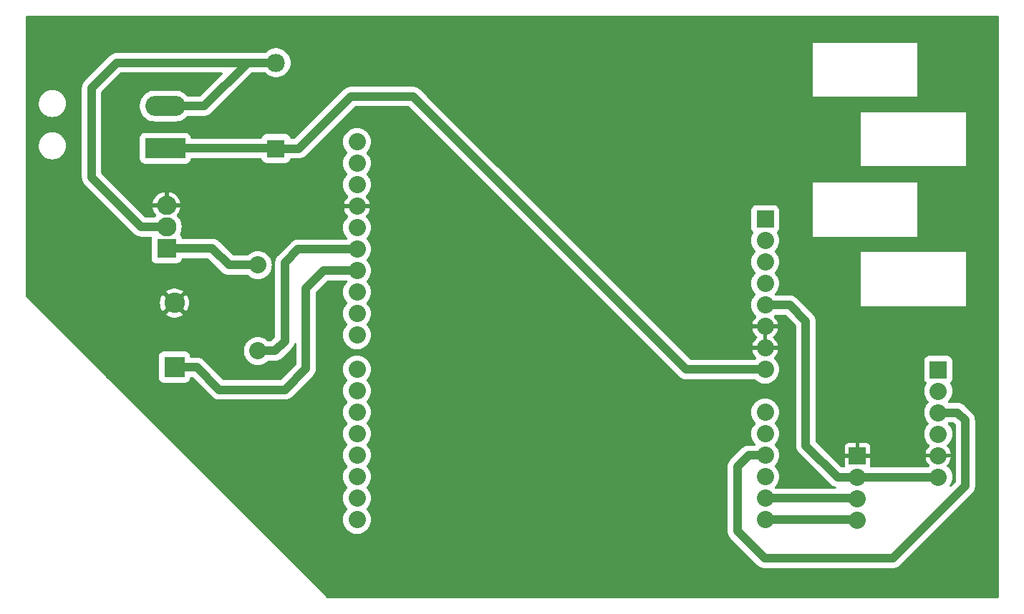
<source format=gbr>
%TF.GenerationSoftware,KiCad,Pcbnew,7.0.10-7.0.10~ubuntu22.04.1*%
%TF.CreationDate,2024-01-26T16:23:06-07:00*%
%TF.ProjectId,ph_meter,70685f6d-6574-4657-922e-6b696361645f,1.3*%
%TF.SameCoordinates,Original*%
%TF.FileFunction,Copper,L2,Bot*%
%TF.FilePolarity,Positive*%
%FSLAX46Y46*%
G04 Gerber Fmt 4.6, Leading zero omitted, Abs format (unit mm)*
G04 Created by KiCad (PCBNEW 7.0.10-7.0.10~ubuntu22.04.1) date 2024-01-26 16:23:06*
%MOMM*%
%LPD*%
G01*
G04 APERTURE LIST*
%TA.AperFunction,ComponentPad*%
%ADD10R,2.032000X2.032000*%
%TD*%
%TA.AperFunction,ComponentPad*%
%ADD11O,2.032000X2.032000*%
%TD*%
%TA.AperFunction,ComponentPad*%
%ADD12R,4.749800X2.374900*%
%TD*%
%TA.AperFunction,ComponentPad*%
%ADD13O,4.749800X2.374900*%
%TD*%
%TA.AperFunction,ComponentPad*%
%ADD14O,2.286000X2.286000*%
%TD*%
%TA.AperFunction,ComponentPad*%
%ADD15R,2.286000X2.286000*%
%TD*%
%TA.AperFunction,ComponentPad*%
%ADD16O,2.159000X2.159000*%
%TD*%
%TA.AperFunction,ComponentPad*%
%ADD17R,2.159000X2.159000*%
%TD*%
%TA.AperFunction,ComponentPad*%
%ADD18C,2.032000*%
%TD*%
%TA.AperFunction,ComponentPad*%
%ADD19R,2.413000X2.413000*%
%TD*%
%TA.AperFunction,ComponentPad*%
%ADD20C,2.413000*%
%TD*%
%TA.AperFunction,Conductor*%
%ADD21C,1.016000*%
%TD*%
%TA.AperFunction,Conductor*%
%ADD22C,0.304800*%
%TD*%
G04 APERTURE END LIST*
D10*
%TO.P,A2,1,NC*%
%TO.N,unconnected-(A2-NC-Pad1)*%
X154580000Y-97775000D03*
D11*
%TO.P,A2,2,IOREF*%
%TO.N,unconnected-(A2-IOREF-Pad2)*%
X154580000Y-100315000D03*
%TO.P,A2,3,~{RESET}*%
%TO.N,unconnected-(A2-~{RESET}-Pad3)*%
X154580000Y-102855000D03*
%TO.P,A2,4,3V3*%
%TO.N,unconnected-(A2-3V3-Pad4)*%
X154580000Y-105395000D03*
%TO.P,A2,5,+5V*%
%TO.N,+5V*%
X154580000Y-107935000D03*
%TO.P,A2,6,GND*%
%TO.N,GND*%
X154580000Y-110475000D03*
%TO.P,A2,7,GND*%
X154580000Y-113015000D03*
%TO.P,A2,8,VIN*%
%TO.N,+12V*%
X154580000Y-115555000D03*
%TO.P,A2,9,A0*%
%TO.N,unconnected-(A2-A0-Pad9)*%
X154580000Y-120635000D03*
%TO.P,A2,10,A1*%
%TO.N,unconnected-(A2-A1-Pad10)*%
X154580000Y-123175000D03*
%TO.P,A2,11,A2*%
%TO.N,Net-(A2-A2)*%
X154580000Y-125715000D03*
%TO.P,A2,12,A3*%
%TO.N,unconnected-(A2-A3-Pad12)*%
X154580000Y-128255000D03*
%TO.P,A2,13,SDA/A4*%
%TO.N,Net-(J2-Pin_3)*%
X154580000Y-130795000D03*
%TO.P,A2,14,SCL/A5*%
%TO.N,Net-(J2-Pin_4)*%
X154580000Y-133335000D03*
%TO.P,A2,15,D0/RX*%
%TO.N,unconnected-(A2-D0{slash}RX-Pad15)*%
X106320000Y-133335000D03*
%TO.P,A2,16,D1/TX*%
%TO.N,unconnected-(A2-D1{slash}TX-Pad16)*%
X106320000Y-130795000D03*
%TO.P,A2,17,D2*%
%TO.N,unconnected-(A2-D2-Pad17)*%
X106320000Y-128255000D03*
%TO.P,A2,18,D3*%
%TO.N,unconnected-(A2-D3-Pad18)*%
X106320000Y-125715000D03*
%TO.P,A2,19,D4*%
%TO.N,unconnected-(A2-D4-Pad19)*%
X106320000Y-123175000D03*
%TO.P,A2,20,D5*%
%TO.N,unconnected-(A2-D5-Pad20)*%
X106320000Y-120635000D03*
%TO.P,A2,21,D6*%
%TO.N,unconnected-(A2-D6-Pad21)*%
X106320000Y-118095000D03*
%TO.P,A2,22,D7*%
%TO.N,unconnected-(A2-D7-Pad22)*%
X106320000Y-115555000D03*
%TO.P,A2,23,D8*%
%TO.N,unconnected-(A2-D8-Pad23)*%
X106320000Y-111495000D03*
%TO.P,A2,24,D9*%
%TO.N,unconnected-(A2-D9-Pad24)*%
X106320000Y-108955000D03*
%TO.P,A2,25,D10*%
%TO.N,unconnected-(A2-D10-Pad25)*%
X106320000Y-106415000D03*
%TO.P,A2,26,D11*%
%TO.N,Net-(A2-D11)*%
X106320000Y-103875000D03*
%TO.P,A2,27,D12*%
%TO.N,Net-(A2-D12)*%
X106320000Y-101335000D03*
%TO.P,A2,28,D13*%
%TO.N,unconnected-(A2-D13-Pad28)*%
X106320000Y-98795000D03*
%TO.P,A2,29,GND*%
%TO.N,GND*%
X106320000Y-96255000D03*
%TO.P,A2,30,AREF*%
%TO.N,unconnected-(A2-AREF-Pad30)*%
X106320000Y-93715000D03*
%TO.P,A2,31,SDA/A4*%
%TO.N,unconnected-(A2-SDA{slash}A4-Pad31)*%
X106320000Y-91175000D03*
%TO.P,A2,32,SCL/A5*%
%TO.N,unconnected-(A2-SCL{slash}A5-Pad32)*%
X106320000Y-88635000D03*
%TD*%
D12*
%TO.P,J3,1,Pin_1*%
%TO.N,+12V*%
X83650000Y-89380000D03*
D13*
%TO.P,J3,2,Pin_2*%
%TO.N,Net-(D1-A)*%
X83650000Y-84380000D03*
%TD*%
D14*
%TO.P,Q1,3,E*%
%TO.N,GND*%
X83805000Y-96140000D03*
%TO.P,Q1,2,C*%
%TO.N,Net-(D1-A)*%
X83805000Y-98680000D03*
D15*
%TO.P,Q1,1,B*%
%TO.N,Net-(Q1-B)*%
X83805000Y-101220000D03*
%TD*%
D16*
%TO.P,D1,2,A*%
%TO.N,Net-(D1-A)*%
X96750000Y-79250000D03*
D17*
%TO.P,D1,1,K*%
%TO.N,+12V*%
X96750000Y-89410000D03*
%TD*%
D18*
%TO.P,R1,1*%
%TO.N,Net-(Q1-B)*%
X94600000Y-103200000D03*
D11*
%TO.P,R1,2*%
%TO.N,Net-(A2-D12)*%
X94600000Y-113360000D03*
%TD*%
D19*
%TO.P,BZ1,1,-*%
%TO.N,Net-(A2-D11)*%
X84741360Y-115287500D03*
D20*
%TO.P,BZ1,2,+*%
%TO.N,GND*%
X84741360Y-107687500D03*
%TD*%
D10*
%TO.P,J4,1,Pin_1*%
%TO.N,unconnected-(J4-Pin_1-Pad1)*%
X175050000Y-115570000D03*
D11*
%TO.P,J4,2,Pin_2*%
%TO.N,unconnected-(J4-Pin_2-Pad2)*%
X175050000Y-118110000D03*
%TO.P,J4,3,Pin_3*%
%TO.N,Net-(A2-A2)*%
X175050000Y-120650000D03*
%TO.P,J4,4,Pin_4*%
%TO.N,unconnected-(J4-Pin_4-Pad4)*%
X175050000Y-123190000D03*
%TO.P,J4,5,Pin_5*%
%TO.N,GND*%
X175050000Y-125730000D03*
%TO.P,J4,6,Pin_6*%
%TO.N,+5V*%
X175050000Y-128270000D03*
%TD*%
D10*
%TO.P,J2,1,Pin_1*%
%TO.N,GND*%
X165500000Y-125750000D03*
D11*
%TO.P,J2,2,Pin_2*%
%TO.N,+5V*%
X165500000Y-128290000D03*
%TO.P,J2,3,Pin_3*%
%TO.N,Net-(J2-Pin_3)*%
X165500000Y-130830000D03*
%TO.P,J2,4,Pin_4*%
%TO.N,Net-(J2-Pin_4)*%
X165500000Y-133370000D03*
%TD*%
D21*
%TO.N,Net-(J2-Pin_4)*%
X154580000Y-133335000D02*
X165465000Y-133335000D01*
D22*
X165465000Y-133335000D02*
X165500000Y-133370000D01*
D21*
%TO.N,Net-(J2-Pin_3)*%
X154580000Y-130795000D02*
X165465000Y-130795000D01*
D22*
X165465000Y-130795000D02*
X165500000Y-130830000D01*
D21*
%TO.N,+12V*%
X96750000Y-89410000D02*
X99440000Y-89410000D01*
X99440000Y-89410000D02*
X105600000Y-83250000D01*
X105600000Y-83250000D02*
X112950000Y-83250000D01*
X112950000Y-83250000D02*
X145255000Y-115555000D01*
X145255000Y-115555000D02*
X154580000Y-115555000D01*
%TO.N,Net-(A2-D11)*%
X84741360Y-115287500D02*
X87387500Y-115287500D01*
X97800000Y-117950000D02*
X100300000Y-115450000D01*
X87387500Y-115287500D02*
X90050000Y-117950000D01*
X100300000Y-115450000D02*
X100300000Y-105950000D01*
X90050000Y-117950000D02*
X97800000Y-117950000D01*
X100300000Y-105950000D02*
X102375000Y-103875000D01*
X102375000Y-103875000D02*
X106320000Y-103875000D01*
%TO.N,Net-(A2-D12)*%
X94600000Y-113360000D02*
X96640000Y-113360000D01*
X96640000Y-113360000D02*
X97800000Y-112200000D01*
X97800000Y-112200000D02*
X97800000Y-102900000D01*
X97800000Y-102900000D02*
X99365000Y-101335000D01*
X99365000Y-101335000D02*
X106320000Y-101335000D01*
%TO.N,Net-(D1-A)*%
X93380000Y-79250000D02*
X77930000Y-79250000D01*
X77930000Y-79250000D02*
X74950000Y-82230000D01*
X80800000Y-98680000D02*
X83805000Y-98680000D01*
X74950000Y-82230000D02*
X74950000Y-92830000D01*
X74950000Y-92830000D02*
X80800000Y-98680000D01*
%TO.N,Net-(A2-A2)*%
X175050000Y-120650000D02*
X177350000Y-120650000D01*
X177350000Y-120650000D02*
X178250000Y-121550000D01*
X178250000Y-129350000D02*
X169700000Y-137900000D01*
X169700000Y-137900000D02*
X154550000Y-137900000D01*
X154550000Y-137900000D02*
X151300000Y-134650000D01*
X178250000Y-121550000D02*
X178250000Y-129350000D01*
X151300000Y-134650000D02*
X151300000Y-127050000D01*
X151300000Y-127050000D02*
X152635000Y-125715000D01*
X152635000Y-125715000D02*
X154580000Y-125715000D01*
%TO.N,Net-(D1-A)*%
X83650000Y-84380000D02*
X88250000Y-84380000D01*
X88250000Y-84380000D02*
X93380000Y-79250000D01*
X93380000Y-79250000D02*
X96750000Y-79250000D01*
%TO.N,+12V*%
X83650000Y-89380000D02*
X96720000Y-89380000D01*
X96720000Y-89380000D02*
X96750000Y-89410000D01*
%TO.N,Net-(Q1-B)*%
X94600000Y-103200000D02*
X91170000Y-103200000D01*
X91170000Y-103200000D02*
X89190000Y-101220000D01*
X89190000Y-101220000D02*
X83805000Y-101220000D01*
%TO.N,+5V*%
X165500000Y-128290000D02*
X163140000Y-128290000D01*
X159400000Y-109850000D02*
X157485000Y-107935000D01*
X165500000Y-128290000D02*
X175030000Y-128290000D01*
X157485000Y-107935000D02*
X154580000Y-107935000D01*
X159400000Y-124550000D02*
X159400000Y-109850000D01*
D22*
X175030000Y-128290000D02*
X175050000Y-128270000D01*
D21*
X163140000Y-128290000D02*
X159400000Y-124550000D01*
D22*
%TO.N,Net-(J2-Pin_3)*%
X154615000Y-130830000D02*
X154580000Y-130795000D01*
%TO.N,Net-(J2-Pin_4)*%
X154615000Y-133370000D02*
X154580000Y-133335000D01*
%TD*%
%TA.AperFunction,Conductor*%
%TO.N,GND*%
G36*
X176892024Y-121813185D02*
G01*
X176912666Y-121829819D01*
X177070181Y-121987334D01*
X177103666Y-122048657D01*
X177106500Y-122075015D01*
X177106500Y-128824985D01*
X177086815Y-128892024D01*
X177070181Y-128912666D01*
X176577346Y-129405500D01*
X176516023Y-129438985D01*
X176446331Y-129434001D01*
X176390398Y-129392129D01*
X176365981Y-129326665D01*
X176380833Y-129258392D01*
X176389358Y-129244918D01*
X176390213Y-129243740D01*
X176390223Y-129243729D01*
X176425222Y-129186617D01*
X176526048Y-129022084D01*
X176571370Y-128912666D01*
X176625527Y-128781920D01*
X176686211Y-128529150D01*
X176706607Y-128270000D01*
X176686211Y-128010850D01*
X176625527Y-127758080D01*
X176549699Y-127575015D01*
X176526048Y-127517915D01*
X176390226Y-127296276D01*
X176390225Y-127296273D01*
X176352084Y-127251616D01*
X176221398Y-127098602D01*
X176112030Y-127005193D01*
X176073837Y-126946686D01*
X176073339Y-126876818D01*
X176110692Y-126817772D01*
X176112033Y-126816611D01*
X176125279Y-126805298D01*
X176125288Y-126805288D01*
X176280260Y-126623840D01*
X176280264Y-126623835D01*
X176404943Y-126420377D01*
X176404945Y-126420374D01*
X176496260Y-126199919D01*
X176496260Y-126199918D01*
X176549058Y-125980000D01*
X175483686Y-125980000D01*
X175509493Y-125939844D01*
X175550000Y-125801889D01*
X175550000Y-125658111D01*
X175509493Y-125520156D01*
X175483686Y-125480000D01*
X176549058Y-125480000D01*
X176549057Y-125479999D01*
X176496260Y-125260081D01*
X176496260Y-125260080D01*
X176404945Y-125039625D01*
X176404943Y-125039622D01*
X176280264Y-124836164D01*
X176280260Y-124836159D01*
X176125288Y-124654710D01*
X176112028Y-124643385D01*
X176073836Y-124584878D01*
X176073338Y-124515010D01*
X176110692Y-124455964D01*
X176111869Y-124454943D01*
X176221398Y-124361398D01*
X176390223Y-124163729D01*
X176526048Y-123942084D01*
X176625527Y-123701920D01*
X176686211Y-123449150D01*
X176706607Y-123190000D01*
X176686211Y-122930850D01*
X176625527Y-122678080D01*
X176526048Y-122437916D01*
X176526048Y-122437915D01*
X176390226Y-122216276D01*
X176390225Y-122216273D01*
X176247067Y-122048657D01*
X176221398Y-122018602D01*
X176216349Y-122014290D01*
X176178157Y-121955788D01*
X176177655Y-121885920D01*
X176215006Y-121826873D01*
X176216272Y-121825775D01*
X176219290Y-121823197D01*
X176283056Y-121794637D01*
X176299808Y-121793500D01*
X176824985Y-121793500D01*
X176892024Y-121813185D01*
G37*
%TD.AperFunction*%
%TA.AperFunction,Conductor*%
G36*
X154830000Y-112579498D02*
G01*
X154722315Y-112530320D01*
X154615763Y-112515000D01*
X154544237Y-112515000D01*
X154437685Y-112530320D01*
X154330000Y-112579498D01*
X154330000Y-110910501D01*
X154437685Y-110959680D01*
X154544237Y-110975000D01*
X154615763Y-110975000D01*
X154722315Y-110959680D01*
X154830000Y-110910501D01*
X154830000Y-112579498D01*
G37*
%TD.AperFunction*%
%TA.AperFunction,Conductor*%
G36*
X182142539Y-73720185D02*
G01*
X182188294Y-73772989D01*
X182199500Y-73824500D01*
X182199500Y-142475500D01*
X182179815Y-142542539D01*
X182127011Y-142588294D01*
X182075500Y-142599500D01*
X102851569Y-142599500D01*
X102784530Y-142579815D01*
X102763888Y-142563181D01*
X93535707Y-133335000D01*
X104663393Y-133335000D01*
X104683789Y-133594153D01*
X104744472Y-133846919D01*
X104843951Y-134087084D01*
X104979773Y-134308723D01*
X104979774Y-134308726D01*
X105009667Y-134343726D01*
X105148602Y-134506398D01*
X105282453Y-134620717D01*
X105346273Y-134675225D01*
X105346276Y-134675226D01*
X105567915Y-134811048D01*
X105808080Y-134910527D01*
X106060850Y-134971211D01*
X106320000Y-134991607D01*
X106579150Y-134971211D01*
X106831920Y-134910527D01*
X107072084Y-134811048D01*
X107293729Y-134675223D01*
X107491398Y-134506398D01*
X107660223Y-134308729D01*
X107796048Y-134087084D01*
X107895527Y-133846920D01*
X107956211Y-133594150D01*
X107976607Y-133335000D01*
X107956211Y-133075850D01*
X107895527Y-132823080D01*
X107796048Y-132582915D01*
X107660226Y-132361276D01*
X107660225Y-132361273D01*
X107521293Y-132198605D01*
X107491398Y-132163602D01*
X107486349Y-132159290D01*
X107448157Y-132100788D01*
X107447655Y-132030920D01*
X107485006Y-131971873D01*
X107486223Y-131970817D01*
X107491398Y-131966398D01*
X107660223Y-131768729D01*
X107796048Y-131547084D01*
X107895527Y-131306920D01*
X107956211Y-131054150D01*
X107976607Y-130795000D01*
X107956211Y-130535850D01*
X107895527Y-130283080D01*
X107829498Y-130123671D01*
X107796048Y-130042915D01*
X107660226Y-129821276D01*
X107660225Y-129821273D01*
X107521293Y-129658605D01*
X107491398Y-129623602D01*
X107486349Y-129619290D01*
X107448157Y-129560788D01*
X107447655Y-129490920D01*
X107485006Y-129431873D01*
X107486223Y-129430817D01*
X107491398Y-129426398D01*
X107660223Y-129228729D01*
X107796048Y-129007084D01*
X107895527Y-128766920D01*
X107956211Y-128514150D01*
X107976607Y-128255000D01*
X107956211Y-127995850D01*
X107895527Y-127743080D01*
X107796048Y-127502915D01*
X107660226Y-127281276D01*
X107660225Y-127281273D01*
X107542697Y-127143666D01*
X107491398Y-127083602D01*
X107486349Y-127079290D01*
X107448157Y-127020788D01*
X107447655Y-126950920D01*
X107485006Y-126891873D01*
X107486223Y-126890817D01*
X107491398Y-126886398D01*
X107660223Y-126688729D01*
X107796048Y-126467084D01*
X107895527Y-126226920D01*
X107956211Y-125974150D01*
X107976607Y-125715000D01*
X107956211Y-125455850D01*
X107895527Y-125203080D01*
X107847002Y-125085929D01*
X107796048Y-124962915D01*
X107660226Y-124741276D01*
X107660225Y-124741273D01*
X107576622Y-124643387D01*
X107491398Y-124543602D01*
X107486349Y-124539290D01*
X107448157Y-124480788D01*
X107447655Y-124410920D01*
X107485006Y-124351873D01*
X107486223Y-124350817D01*
X107491398Y-124346398D01*
X107660223Y-124148729D01*
X107796048Y-123927084D01*
X107895527Y-123686920D01*
X107956211Y-123434150D01*
X107976607Y-123175000D01*
X107956211Y-122915850D01*
X107895527Y-122663080D01*
X107796048Y-122422915D01*
X107660226Y-122201276D01*
X107660225Y-122201273D01*
X107552390Y-122075015D01*
X107491398Y-122003602D01*
X107486349Y-121999290D01*
X107448157Y-121940788D01*
X107447655Y-121870920D01*
X107485006Y-121811873D01*
X107486223Y-121810817D01*
X107491398Y-121806398D01*
X107660223Y-121608729D01*
X107796048Y-121387084D01*
X107895527Y-121146920D01*
X107956211Y-120894150D01*
X107976607Y-120635000D01*
X107956211Y-120375850D01*
X107895527Y-120123080D01*
X107796048Y-119882915D01*
X107660226Y-119661276D01*
X107660225Y-119661273D01*
X107540553Y-119521155D01*
X107491398Y-119463602D01*
X107486349Y-119459290D01*
X107448157Y-119400788D01*
X107447655Y-119330920D01*
X107485006Y-119271873D01*
X107486223Y-119270817D01*
X107491398Y-119266398D01*
X107660223Y-119068729D01*
X107796048Y-118847084D01*
X107895527Y-118606920D01*
X107956211Y-118354150D01*
X107976607Y-118095000D01*
X107956211Y-117835850D01*
X107895527Y-117583080D01*
X107796048Y-117342915D01*
X107660226Y-117121276D01*
X107660225Y-117121273D01*
X107538373Y-116978603D01*
X107491398Y-116923602D01*
X107486349Y-116919290D01*
X107448157Y-116860788D01*
X107447655Y-116790920D01*
X107485006Y-116731873D01*
X107486223Y-116730817D01*
X107491398Y-116726398D01*
X107660223Y-116528729D01*
X107796048Y-116307084D01*
X107895527Y-116066920D01*
X107956211Y-115814150D01*
X107976607Y-115555000D01*
X107956211Y-115295850D01*
X107895527Y-115043080D01*
X107796048Y-114802916D01*
X107796048Y-114802915D01*
X107660226Y-114581276D01*
X107660225Y-114581273D01*
X107619175Y-114533210D01*
X107491398Y-114383602D01*
X107340677Y-114254874D01*
X107293726Y-114214774D01*
X107293723Y-114214773D01*
X107072084Y-114078951D01*
X106831919Y-113979472D01*
X106579153Y-113918789D01*
X106320000Y-113898393D01*
X106060846Y-113918789D01*
X105808080Y-113979472D01*
X105567915Y-114078951D01*
X105346276Y-114214773D01*
X105346273Y-114214774D01*
X105148602Y-114383602D01*
X104979774Y-114581273D01*
X104979773Y-114581276D01*
X104843951Y-114802915D01*
X104744472Y-115043080D01*
X104683789Y-115295846D01*
X104663393Y-115555000D01*
X104683789Y-115814153D01*
X104744472Y-116066919D01*
X104843951Y-116307084D01*
X104979773Y-116528723D01*
X104979774Y-116528726D01*
X105011250Y-116565579D01*
X105148602Y-116726398D01*
X105150724Y-116728210D01*
X105153652Y-116730711D01*
X105191844Y-116789218D01*
X105192342Y-116859086D01*
X105154987Y-116918132D01*
X105153660Y-116919281D01*
X105148602Y-116923602D01*
X105131468Y-116943663D01*
X104979774Y-117121273D01*
X104979773Y-117121276D01*
X104843951Y-117342915D01*
X104744472Y-117583080D01*
X104683789Y-117835846D01*
X104663393Y-118095000D01*
X104683789Y-118354153D01*
X104744472Y-118606919D01*
X104843951Y-118847084D01*
X104979773Y-119068723D01*
X104979774Y-119068726D01*
X105004070Y-119097173D01*
X105148602Y-119266398D01*
X105153646Y-119270706D01*
X105153652Y-119270711D01*
X105191844Y-119329218D01*
X105192342Y-119399086D01*
X105154987Y-119458132D01*
X105153660Y-119459281D01*
X105148602Y-119463602D01*
X105139463Y-119474302D01*
X104979774Y-119661273D01*
X104979773Y-119661276D01*
X104843951Y-119882915D01*
X104744472Y-120123080D01*
X104683789Y-120375846D01*
X104663393Y-120635000D01*
X104683789Y-120894153D01*
X104744472Y-121146919D01*
X104843951Y-121387084D01*
X104979773Y-121608723D01*
X104979774Y-121608726D01*
X104992588Y-121623729D01*
X105148602Y-121806398D01*
X105153646Y-121810706D01*
X105153652Y-121810711D01*
X105191844Y-121869218D01*
X105192342Y-121939086D01*
X105154987Y-121998132D01*
X105153660Y-121999281D01*
X105148602Y-122003602D01*
X105139470Y-122014294D01*
X104979774Y-122201273D01*
X104979773Y-122201276D01*
X104843951Y-122422915D01*
X104744472Y-122663080D01*
X104683789Y-122915846D01*
X104663393Y-123175000D01*
X104683789Y-123434153D01*
X104744472Y-123686919D01*
X104843951Y-123927084D01*
X104979773Y-124148723D01*
X104979774Y-124148726D01*
X104992588Y-124163729D01*
X105148602Y-124346398D01*
X105153646Y-124350706D01*
X105153652Y-124350711D01*
X105191844Y-124409218D01*
X105192342Y-124479086D01*
X105154987Y-124538132D01*
X105153660Y-124539281D01*
X105148602Y-124543602D01*
X105131468Y-124563663D01*
X104979774Y-124741273D01*
X104979773Y-124741276D01*
X104843951Y-124962915D01*
X104744472Y-125203080D01*
X104683789Y-125455846D01*
X104663393Y-125715000D01*
X104683789Y-125974153D01*
X104744472Y-126226919D01*
X104843951Y-126467084D01*
X104979773Y-126688723D01*
X104979774Y-126688726D01*
X105001764Y-126714473D01*
X105148602Y-126886398D01*
X105150725Y-126888211D01*
X105153652Y-126890711D01*
X105191844Y-126949218D01*
X105192342Y-127019086D01*
X105154987Y-127078132D01*
X105153660Y-127079281D01*
X105148602Y-127083602D01*
X105135792Y-127098601D01*
X104979774Y-127281273D01*
X104979773Y-127281276D01*
X104843951Y-127502915D01*
X104744472Y-127743080D01*
X104683789Y-127995846D01*
X104663393Y-128255000D01*
X104683789Y-128514153D01*
X104744472Y-128766919D01*
X104843951Y-129007084D01*
X104979773Y-129228723D01*
X104979774Y-129228726D01*
X105011942Y-129266390D01*
X105148602Y-129426398D01*
X105153646Y-129430706D01*
X105153652Y-129430711D01*
X105191844Y-129489218D01*
X105192342Y-129559086D01*
X105154987Y-129618132D01*
X105153652Y-129619289D01*
X105150710Y-129621802D01*
X105148602Y-129623602D01*
X105131468Y-129643663D01*
X104979774Y-129821273D01*
X104979773Y-129821276D01*
X104843951Y-130042915D01*
X104744472Y-130283080D01*
X104683789Y-130535846D01*
X104663393Y-130795000D01*
X104683789Y-131054153D01*
X104744472Y-131306919D01*
X104843951Y-131547084D01*
X104979773Y-131768723D01*
X104979774Y-131768726D01*
X105009667Y-131803726D01*
X105148602Y-131966398D01*
X105150710Y-131968198D01*
X105153652Y-131970711D01*
X105191844Y-132029218D01*
X105192342Y-132099086D01*
X105154987Y-132158132D01*
X105153652Y-132159289D01*
X105150710Y-132161802D01*
X105148602Y-132163602D01*
X105131468Y-132183663D01*
X104979774Y-132361273D01*
X104979773Y-132361276D01*
X104843951Y-132582915D01*
X104744472Y-132823080D01*
X104683789Y-133075846D01*
X104663393Y-133335000D01*
X93535707Y-133335000D01*
X76758876Y-116558168D01*
X82899360Y-116558168D01*
X82899361Y-116558193D01*
X82902195Y-116594204D01*
X82946989Y-116748388D01*
X82946991Y-116748393D01*
X83028723Y-116886595D01*
X83028729Y-116886603D01*
X83142256Y-117000130D01*
X83142260Y-117000133D01*
X83142262Y-117000135D01*
X83280467Y-117081869D01*
X83281531Y-117082178D01*
X83434651Y-117126664D01*
X83434654Y-117126664D01*
X83434656Y-117126665D01*
X83470679Y-117129500D01*
X86012040Y-117129499D01*
X86048064Y-117126665D01*
X86202253Y-117081869D01*
X86340458Y-117000135D01*
X86453995Y-116886598D01*
X86535729Y-116748393D01*
X86574775Y-116613996D01*
X86580524Y-116594208D01*
X86580525Y-116594202D01*
X86583360Y-116558181D01*
X86583360Y-116555000D01*
X86603045Y-116487961D01*
X86655849Y-116442206D01*
X86707360Y-116431000D01*
X86862485Y-116431000D01*
X86929524Y-116450685D01*
X86950166Y-116467319D01*
X89220714Y-118737867D01*
X89224670Y-118742010D01*
X89276327Y-118798676D01*
X89337530Y-118844895D01*
X89342018Y-118848450D01*
X89401000Y-118897427D01*
X89416702Y-118906173D01*
X89431089Y-118915547D01*
X89434618Y-118918212D01*
X89445446Y-118926389D01*
X89514117Y-118960583D01*
X89519130Y-118963225D01*
X89546361Y-118978393D01*
X89586138Y-119000549D01*
X89603190Y-119006264D01*
X89619049Y-119012832D01*
X89635150Y-119020850D01*
X89635154Y-119020851D01*
X89635153Y-119020851D01*
X89708879Y-119041827D01*
X89714352Y-119043521D01*
X89787073Y-119067896D01*
X89804901Y-119070382D01*
X89821686Y-119073923D01*
X89838982Y-119078845D01*
X89915337Y-119085919D01*
X89920960Y-119086571D01*
X89996963Y-119097174D01*
X90072041Y-119093702D01*
X90073571Y-119093632D01*
X90079297Y-119093500D01*
X97770718Y-119093500D01*
X97776443Y-119093632D01*
X97780133Y-119093802D01*
X97853037Y-119097173D01*
X97929006Y-119086576D01*
X97934652Y-119085921D01*
X98011018Y-119078845D01*
X98028319Y-119073922D01*
X98045098Y-119070382D01*
X98062927Y-119067896D01*
X98135695Y-119043505D01*
X98141090Y-119041835D01*
X98185649Y-119029157D01*
X98214844Y-119020852D01*
X98214845Y-119020851D01*
X98214850Y-119020850D01*
X98230954Y-119012830D01*
X98246805Y-119006265D01*
X98263862Y-119000549D01*
X98330871Y-118963223D01*
X98335902Y-118960572D01*
X98404554Y-118926389D01*
X98418913Y-118915545D01*
X98433292Y-118906175D01*
X98449002Y-118897426D01*
X98508012Y-118848423D01*
X98512478Y-118844887D01*
X98573671Y-118798677D01*
X98625339Y-118741999D01*
X98629273Y-118737878D01*
X101087878Y-116279273D01*
X101091999Y-116275339D01*
X101092558Y-116274829D01*
X101148677Y-116223671D01*
X101194887Y-116162478D01*
X101198432Y-116158002D01*
X101247426Y-116099002D01*
X101256175Y-116083292D01*
X101265545Y-116068913D01*
X101276389Y-116054554D01*
X101310572Y-115985902D01*
X101313223Y-115980871D01*
X101350549Y-115913862D01*
X101356265Y-115896805D01*
X101362830Y-115880954D01*
X101370850Y-115864850D01*
X101391835Y-115791090D01*
X101393505Y-115785695D01*
X101417896Y-115712927D01*
X101420382Y-115695098D01*
X101423922Y-115678319D01*
X101428845Y-115661018D01*
X101435921Y-115584652D01*
X101436576Y-115579006D01*
X101447173Y-115503037D01*
X101443632Y-115426441D01*
X101443500Y-115420716D01*
X101443500Y-106475015D01*
X101463185Y-106407976D01*
X101479819Y-106387334D01*
X102812334Y-105054819D01*
X102873657Y-105021334D01*
X102900015Y-105018500D01*
X105070192Y-105018500D01*
X105137231Y-105038185D01*
X105150716Y-105048203D01*
X105153654Y-105050713D01*
X105191844Y-105109219D01*
X105192342Y-105179087D01*
X105154987Y-105238132D01*
X105153660Y-105239281D01*
X105148602Y-105243602D01*
X105131468Y-105263663D01*
X104979774Y-105441273D01*
X104979773Y-105441276D01*
X104843951Y-105662915D01*
X104744472Y-105903080D01*
X104683789Y-106155846D01*
X104663393Y-106415000D01*
X104683789Y-106674153D01*
X104744472Y-106926919D01*
X104843951Y-107167084D01*
X104979773Y-107388723D01*
X104979774Y-107388726D01*
X104979777Y-107388729D01*
X105148602Y-107586398D01*
X105153646Y-107590706D01*
X105153652Y-107590711D01*
X105191844Y-107649218D01*
X105192342Y-107719086D01*
X105154987Y-107778132D01*
X105153660Y-107779281D01*
X105148602Y-107783602D01*
X105131468Y-107803663D01*
X104979774Y-107981273D01*
X104979773Y-107981276D01*
X104843951Y-108202915D01*
X104744472Y-108443080D01*
X104683789Y-108695846D01*
X104663393Y-108955000D01*
X104683789Y-109214153D01*
X104744472Y-109466919D01*
X104843951Y-109707084D01*
X104979773Y-109928723D01*
X104979774Y-109928726D01*
X104979777Y-109928729D01*
X105148602Y-110126398D01*
X105153646Y-110130706D01*
X105153652Y-110130711D01*
X105191844Y-110189218D01*
X105192342Y-110259086D01*
X105154987Y-110318132D01*
X105153660Y-110319281D01*
X105148602Y-110323602D01*
X105131468Y-110343663D01*
X104979774Y-110521273D01*
X104979773Y-110521276D01*
X104843951Y-110742915D01*
X104744472Y-110983080D01*
X104683789Y-111235846D01*
X104663393Y-111495000D01*
X104683789Y-111754153D01*
X104744472Y-112006919D01*
X104843951Y-112247084D01*
X104979773Y-112468723D01*
X104979774Y-112468726D01*
X104979777Y-112468729D01*
X105148602Y-112666398D01*
X105301616Y-112797084D01*
X105346273Y-112835225D01*
X105346276Y-112835226D01*
X105567915Y-112971048D01*
X105708537Y-113029295D01*
X105808080Y-113070527D01*
X106060850Y-113131211D01*
X106320000Y-113151607D01*
X106579150Y-113131211D01*
X106831920Y-113070527D01*
X107072084Y-112971048D01*
X107293729Y-112835223D01*
X107491398Y-112666398D01*
X107660223Y-112468729D01*
X107796048Y-112247084D01*
X107895527Y-112006920D01*
X107956211Y-111754150D01*
X107976607Y-111495000D01*
X107956211Y-111235850D01*
X107895527Y-110983080D01*
X107796048Y-110742916D01*
X107796048Y-110742915D01*
X107660226Y-110521276D01*
X107660225Y-110521273D01*
X107559305Y-110403111D01*
X107491398Y-110323602D01*
X107486349Y-110319290D01*
X107448157Y-110260788D01*
X107447655Y-110190920D01*
X107485006Y-110131873D01*
X107486223Y-110130817D01*
X107491398Y-110126398D01*
X107660223Y-109928729D01*
X107796048Y-109707084D01*
X107895527Y-109466920D01*
X107956211Y-109214150D01*
X107976607Y-108955000D01*
X107956211Y-108695850D01*
X107895527Y-108443080D01*
X107796048Y-108202916D01*
X107796048Y-108202915D01*
X107660226Y-107981276D01*
X107660225Y-107981273D01*
X107588543Y-107897344D01*
X107491398Y-107783602D01*
X107486349Y-107779290D01*
X107448157Y-107720788D01*
X107447655Y-107650920D01*
X107485006Y-107591873D01*
X107486223Y-107590817D01*
X107491398Y-107586398D01*
X107660223Y-107388729D01*
X107796048Y-107167084D01*
X107895527Y-106926920D01*
X107956211Y-106674150D01*
X107976607Y-106415000D01*
X107956211Y-106155850D01*
X107895527Y-105903080D01*
X107860361Y-105818182D01*
X107796048Y-105662915D01*
X107660226Y-105441276D01*
X107660225Y-105441273D01*
X107602537Y-105373729D01*
X107491398Y-105243602D01*
X107486349Y-105239290D01*
X107448157Y-105180788D01*
X107447655Y-105110920D01*
X107485006Y-105051873D01*
X107486223Y-105050817D01*
X107491398Y-105046398D01*
X107660223Y-104848729D01*
X107796048Y-104627084D01*
X107895527Y-104386920D01*
X107956211Y-104134150D01*
X107976607Y-103875000D01*
X107956211Y-103615850D01*
X107895527Y-103363080D01*
X107796048Y-103122916D01*
X107796048Y-103122915D01*
X107660226Y-102901276D01*
X107660225Y-102901273D01*
X107559350Y-102783164D01*
X107491398Y-102703602D01*
X107486349Y-102699290D01*
X107448157Y-102640788D01*
X107447655Y-102570920D01*
X107485006Y-102511873D01*
X107486223Y-102510817D01*
X107491398Y-102506398D01*
X107660223Y-102308729D01*
X107796048Y-102087084D01*
X107895527Y-101846920D01*
X107956211Y-101594150D01*
X107976607Y-101335000D01*
X107956211Y-101075850D01*
X107895527Y-100823080D01*
X107796048Y-100582916D01*
X107796048Y-100582915D01*
X107668414Y-100374637D01*
X107660225Y-100361275D01*
X107660225Y-100361273D01*
X107559350Y-100243164D01*
X107491398Y-100163602D01*
X107486349Y-100159290D01*
X107448157Y-100100788D01*
X107447655Y-100030920D01*
X107485006Y-99971873D01*
X107486223Y-99970817D01*
X107491398Y-99966398D01*
X107660223Y-99768729D01*
X107796048Y-99547084D01*
X107895527Y-99306920D01*
X107956211Y-99054150D01*
X107976607Y-98795000D01*
X107956211Y-98535850D01*
X107895527Y-98283080D01*
X107796048Y-98042916D01*
X107796048Y-98042915D01*
X107660226Y-97821276D01*
X107660225Y-97821273D01*
X107535574Y-97675326D01*
X107491398Y-97623602D01*
X107382030Y-97530193D01*
X107343837Y-97471686D01*
X107343339Y-97401818D01*
X107380692Y-97342772D01*
X107382033Y-97341611D01*
X107395279Y-97330298D01*
X107395288Y-97330288D01*
X107550260Y-97148840D01*
X107550264Y-97148835D01*
X107674943Y-96945377D01*
X107674945Y-96945374D01*
X107766260Y-96724919D01*
X107766260Y-96724918D01*
X107819058Y-96505000D01*
X106753686Y-96505000D01*
X106779493Y-96464844D01*
X106820000Y-96326889D01*
X106820000Y-96183111D01*
X106779493Y-96045156D01*
X106753686Y-96005000D01*
X107819058Y-96005000D01*
X107819057Y-96004999D01*
X107766260Y-95785081D01*
X107766260Y-95785080D01*
X107674945Y-95564625D01*
X107674943Y-95564622D01*
X107550264Y-95361164D01*
X107550260Y-95361159D01*
X107395288Y-95179710D01*
X107382028Y-95168385D01*
X107343836Y-95109878D01*
X107343338Y-95040010D01*
X107380692Y-94980964D01*
X107381869Y-94979943D01*
X107491398Y-94886398D01*
X107660223Y-94688729D01*
X107796048Y-94467084D01*
X107895527Y-94226920D01*
X107956211Y-93974150D01*
X107976607Y-93715000D01*
X107956211Y-93455850D01*
X107895527Y-93203080D01*
X107849900Y-93092927D01*
X107796048Y-92962915D01*
X107660226Y-92741276D01*
X107660225Y-92741273D01*
X107602537Y-92673729D01*
X107491398Y-92543602D01*
X107486349Y-92539290D01*
X107448157Y-92480788D01*
X107447655Y-92410920D01*
X107485006Y-92351873D01*
X107486223Y-92350817D01*
X107491398Y-92346398D01*
X107660223Y-92148729D01*
X107796048Y-91927084D01*
X107895527Y-91686920D01*
X107956211Y-91434150D01*
X107976607Y-91175000D01*
X107956211Y-90915850D01*
X107895527Y-90663080D01*
X107851659Y-90557172D01*
X107796048Y-90422915D01*
X107660226Y-90201276D01*
X107660225Y-90201273D01*
X107570877Y-90096660D01*
X107491398Y-90003602D01*
X107486349Y-89999290D01*
X107448157Y-89940788D01*
X107447655Y-89870920D01*
X107485006Y-89811873D01*
X107486223Y-89810817D01*
X107491398Y-89806398D01*
X107660223Y-89608729D01*
X107796048Y-89387084D01*
X107895527Y-89146920D01*
X107956211Y-88894150D01*
X107976607Y-88635000D01*
X107956211Y-88375850D01*
X107895527Y-88123080D01*
X107823414Y-87948983D01*
X107796048Y-87882915D01*
X107660226Y-87661276D01*
X107660225Y-87661273D01*
X107607473Y-87599509D01*
X107491398Y-87463602D01*
X107360710Y-87351984D01*
X107293726Y-87294774D01*
X107293723Y-87294773D01*
X107072084Y-87158951D01*
X106831919Y-87059472D01*
X106579153Y-86998789D01*
X106320000Y-86978393D01*
X106060846Y-86998789D01*
X105808080Y-87059472D01*
X105567915Y-87158951D01*
X105346276Y-87294773D01*
X105346273Y-87294774D01*
X105148602Y-87463602D01*
X104979774Y-87661273D01*
X104979773Y-87661276D01*
X104843951Y-87882915D01*
X104744472Y-88123080D01*
X104683789Y-88375846D01*
X104663393Y-88635000D01*
X104683789Y-88894153D01*
X104744472Y-89146919D01*
X104843951Y-89387084D01*
X104979773Y-89608723D01*
X104979774Y-89608726D01*
X104979777Y-89608729D01*
X105148602Y-89806398D01*
X105153646Y-89810706D01*
X105153652Y-89810711D01*
X105191844Y-89869218D01*
X105192342Y-89939086D01*
X105154987Y-89998132D01*
X105153660Y-89999281D01*
X105148602Y-90003602D01*
X105134458Y-90020163D01*
X104979774Y-90201273D01*
X104979773Y-90201276D01*
X104843951Y-90422915D01*
X104744472Y-90663080D01*
X104683789Y-90915846D01*
X104663393Y-91175000D01*
X104683789Y-91434153D01*
X104744472Y-91686919D01*
X104843951Y-91927084D01*
X104979773Y-92148723D01*
X104979774Y-92148726D01*
X104979777Y-92148729D01*
X105148602Y-92346398D01*
X105153646Y-92350706D01*
X105153652Y-92350711D01*
X105191844Y-92409218D01*
X105192342Y-92479086D01*
X105154987Y-92538132D01*
X105153660Y-92539281D01*
X105148602Y-92543602D01*
X105131468Y-92563663D01*
X104979774Y-92741273D01*
X104979773Y-92741276D01*
X104843951Y-92962915D01*
X104744472Y-93203080D01*
X104683789Y-93455846D01*
X104663393Y-93715000D01*
X104683789Y-93974153D01*
X104744472Y-94226919D01*
X104843951Y-94467084D01*
X104979773Y-94688723D01*
X104979774Y-94688726D01*
X104979777Y-94688729D01*
X105148602Y-94886398D01*
X105251910Y-94974631D01*
X105257970Y-94979807D01*
X105296163Y-95038314D01*
X105296661Y-95108182D01*
X105259308Y-95167228D01*
X105257970Y-95168387D01*
X105244711Y-95179711D01*
X105089739Y-95361159D01*
X105089735Y-95361164D01*
X104965056Y-95564622D01*
X104965054Y-95564625D01*
X104873739Y-95785080D01*
X104873739Y-95785081D01*
X104820942Y-96004999D01*
X104820942Y-96005000D01*
X105886314Y-96005000D01*
X105860507Y-96045156D01*
X105820000Y-96183111D01*
X105820000Y-96326889D01*
X105860507Y-96464844D01*
X105886314Y-96505000D01*
X104820942Y-96505000D01*
X104873739Y-96724918D01*
X104873739Y-96724919D01*
X104965054Y-96945374D01*
X104965056Y-96945377D01*
X105089735Y-97148835D01*
X105089739Y-97148840D01*
X105244711Y-97330288D01*
X105257970Y-97341613D01*
X105296163Y-97400120D01*
X105296661Y-97469988D01*
X105259307Y-97529034D01*
X105257970Y-97530193D01*
X105148602Y-97623602D01*
X104979774Y-97821273D01*
X104979773Y-97821276D01*
X104843951Y-98042915D01*
X104744472Y-98283080D01*
X104683789Y-98535846D01*
X104663393Y-98795000D01*
X104683789Y-99054153D01*
X104744472Y-99306919D01*
X104843951Y-99547084D01*
X104979773Y-99768723D01*
X104979774Y-99768726D01*
X105029691Y-99827171D01*
X105148602Y-99966398D01*
X105153482Y-99970566D01*
X105153652Y-99970711D01*
X105191844Y-100029218D01*
X105192342Y-100099086D01*
X105154987Y-100158132D01*
X105153725Y-100159225D01*
X105150723Y-100161790D01*
X105086965Y-100190360D01*
X105070192Y-100191500D01*
X99394282Y-100191500D01*
X99388557Y-100191368D01*
X99366752Y-100190360D01*
X99311963Y-100187827D01*
X99311961Y-100187827D01*
X99311958Y-100187827D01*
X99236025Y-100198419D01*
X99230338Y-100199079D01*
X99153981Y-100206155D01*
X99153974Y-100206156D01*
X99136686Y-100211075D01*
X99119891Y-100214618D01*
X99102075Y-100217103D01*
X99029375Y-100241470D01*
X99023906Y-100243164D01*
X98950145Y-100264151D01*
X98934043Y-100272169D01*
X98918187Y-100278737D01*
X98901137Y-100284451D01*
X98834174Y-100321749D01*
X98829110Y-100324418D01*
X98760451Y-100358607D01*
X98760450Y-100358607D01*
X98746089Y-100369452D01*
X98731715Y-100378818D01*
X98716000Y-100387572D01*
X98715996Y-100387575D01*
X98657009Y-100436556D01*
X98652523Y-100440110D01*
X98591325Y-100486326D01*
X98539671Y-100542987D01*
X98535716Y-100547129D01*
X97012129Y-102070716D01*
X97007987Y-102074671D01*
X96951324Y-102126326D01*
X96951321Y-102126330D01*
X96905109Y-102187522D01*
X96901556Y-102192008D01*
X96852575Y-102250995D01*
X96852572Y-102250999D01*
X96843820Y-102266711D01*
X96834454Y-102281086D01*
X96823609Y-102295448D01*
X96789429Y-102364089D01*
X96786760Y-102369154D01*
X96749451Y-102436136D01*
X96749451Y-102436137D01*
X96743734Y-102453193D01*
X96737167Y-102469048D01*
X96729148Y-102485153D01*
X96708171Y-102558879D01*
X96706477Y-102564349D01*
X96682106Y-102637062D01*
X96682103Y-102637074D01*
X96679618Y-102654890D01*
X96676077Y-102671680D01*
X96671155Y-102688983D01*
X96664078Y-102765339D01*
X96663418Y-102771024D01*
X96652827Y-102846957D01*
X96652827Y-102846959D01*
X96656368Y-102923555D01*
X96656500Y-102929281D01*
X96656500Y-111674985D01*
X96636815Y-111742024D01*
X96620181Y-111762666D01*
X96202666Y-112180181D01*
X96141343Y-112213666D01*
X96114985Y-112216500D01*
X95849808Y-112216500D01*
X95782769Y-112196815D01*
X95769277Y-112186790D01*
X95573732Y-112019779D01*
X95573723Y-112019773D01*
X95352084Y-111883951D01*
X95111919Y-111784472D01*
X94859153Y-111723789D01*
X94600000Y-111703393D01*
X94340846Y-111723789D01*
X94088080Y-111784472D01*
X93847915Y-111883951D01*
X93626276Y-112019773D01*
X93626273Y-112019774D01*
X93428602Y-112188602D01*
X93259774Y-112386273D01*
X93259773Y-112386276D01*
X93123951Y-112607915D01*
X93024472Y-112848080D01*
X92963789Y-113100846D01*
X92943393Y-113360000D01*
X92963789Y-113619153D01*
X93024472Y-113871919D01*
X93123951Y-114112084D01*
X93259773Y-114333723D01*
X93259774Y-114333726D01*
X93295180Y-114375181D01*
X93428602Y-114531398D01*
X93487002Y-114581276D01*
X93626273Y-114700225D01*
X93626276Y-114700226D01*
X93847915Y-114836048D01*
X94062629Y-114924985D01*
X94088080Y-114935527D01*
X94340850Y-114996211D01*
X94600000Y-115016607D01*
X94859150Y-114996211D01*
X95111920Y-114935527D01*
X95352084Y-114836048D01*
X95573729Y-114700223D01*
X95665228Y-114622075D01*
X95769277Y-114533210D01*
X95833038Y-114504639D01*
X95849808Y-114503500D01*
X96610718Y-114503500D01*
X96616443Y-114503632D01*
X96620133Y-114503802D01*
X96693037Y-114507173D01*
X96769006Y-114496576D01*
X96774652Y-114495921D01*
X96851018Y-114488845D01*
X96868319Y-114483922D01*
X96885098Y-114480382D01*
X96902927Y-114477896D01*
X96975695Y-114453505D01*
X96981090Y-114451835D01*
X97026827Y-114438823D01*
X97054844Y-114430852D01*
X97054845Y-114430851D01*
X97054850Y-114430850D01*
X97070954Y-114422830D01*
X97086805Y-114416265D01*
X97103862Y-114410549D01*
X97170871Y-114373223D01*
X97175902Y-114370572D01*
X97244554Y-114336389D01*
X97258913Y-114325545D01*
X97273292Y-114316175D01*
X97289002Y-114307426D01*
X97348012Y-114258423D01*
X97352478Y-114254887D01*
X97413671Y-114208677D01*
X97465339Y-114151999D01*
X97469273Y-114147878D01*
X98587878Y-113029273D01*
X98591999Y-113025339D01*
X98592558Y-113024829D01*
X98648677Y-112973671D01*
X98694887Y-112912478D01*
X98698432Y-112908002D01*
X98747426Y-112849002D01*
X98756175Y-112833292D01*
X98765545Y-112818913D01*
X98776389Y-112804554D01*
X98810572Y-112735902D01*
X98813223Y-112730871D01*
X98850549Y-112663862D01*
X98856265Y-112646805D01*
X98862830Y-112630954D01*
X98870850Y-112614850D01*
X98891835Y-112541090D01*
X98893505Y-112535695D01*
X98914929Y-112471777D01*
X98954900Y-112414471D01*
X99019508Y-112387870D01*
X99088241Y-112400423D01*
X99139276Y-112448142D01*
X99156500Y-112511188D01*
X99156500Y-114924985D01*
X99136815Y-114992024D01*
X99120181Y-115012666D01*
X97362666Y-116770181D01*
X97301343Y-116803666D01*
X97274985Y-116806500D01*
X90575015Y-116806500D01*
X90507976Y-116786815D01*
X90487334Y-116770181D01*
X88216784Y-114499631D01*
X88212828Y-114495488D01*
X88161172Y-114438824D01*
X88123730Y-114410549D01*
X88099981Y-114392614D01*
X88095495Y-114389061D01*
X88036501Y-114340073D01*
X88020795Y-114331325D01*
X88006409Y-114321951D01*
X87992055Y-114311111D01*
X87966289Y-114298281D01*
X87923400Y-114276925D01*
X87918371Y-114274275D01*
X87886662Y-114256613D01*
X87851361Y-114236950D01*
X87851357Y-114236948D01*
X87834303Y-114231232D01*
X87818444Y-114224663D01*
X87802353Y-114216651D01*
X87802350Y-114216650D01*
X87728602Y-114195666D01*
X87723153Y-114193979D01*
X87650429Y-114169604D01*
X87650425Y-114169603D01*
X87632597Y-114167115D01*
X87615810Y-114163574D01*
X87598519Y-114158655D01*
X87522159Y-114151578D01*
X87516474Y-114150918D01*
X87440541Y-114140327D01*
X87440537Y-114140327D01*
X87381577Y-114143052D01*
X87363943Y-114143868D01*
X87358218Y-114144000D01*
X86707359Y-114144000D01*
X86640320Y-114124315D01*
X86594565Y-114071511D01*
X86583359Y-114020000D01*
X86583359Y-114016831D01*
X86583358Y-114016806D01*
X86583077Y-114013236D01*
X86580525Y-113980796D01*
X86535729Y-113826607D01*
X86453995Y-113688402D01*
X86453993Y-113688400D01*
X86453990Y-113688396D01*
X86340463Y-113574869D01*
X86340455Y-113574863D01*
X86202253Y-113493131D01*
X86202248Y-113493129D01*
X86048068Y-113448335D01*
X86048062Y-113448334D01*
X86012041Y-113445500D01*
X83470691Y-113445500D01*
X83470666Y-113445501D01*
X83434655Y-113448335D01*
X83280471Y-113493129D01*
X83280466Y-113493131D01*
X83142264Y-113574863D01*
X83142256Y-113574869D01*
X83028729Y-113688396D01*
X83028723Y-113688404D01*
X82946991Y-113826606D01*
X82946989Y-113826611D01*
X82902195Y-113980791D01*
X82902194Y-113980797D01*
X82899360Y-114016811D01*
X82899360Y-116558168D01*
X76758876Y-116558168D01*
X67888212Y-107687504D01*
X83030075Y-107687504D01*
X83049187Y-107942544D01*
X83049188Y-107942549D01*
X83106102Y-108191912D01*
X83199545Y-108429999D01*
X83199544Y-108429999D01*
X83327432Y-108651504D01*
X83370187Y-108705118D01*
X83370188Y-108705118D01*
X84258283Y-107817023D01*
X84281867Y-107897344D01*
X84359599Y-108018298D01*
X84468260Y-108112452D01*
X84599045Y-108172180D01*
X84608826Y-108173586D01*
X83723496Y-109058914D01*
X83885722Y-109169518D01*
X84116155Y-109280489D01*
X84360561Y-109355879D01*
X84360567Y-109355881D01*
X84613468Y-109393999D01*
X84613477Y-109394000D01*
X84869243Y-109394000D01*
X84869251Y-109393999D01*
X85122152Y-109355881D01*
X85122158Y-109355879D01*
X85366566Y-109280488D01*
X85597000Y-109169517D01*
X85759222Y-109058914D01*
X84873893Y-108173586D01*
X84883675Y-108172180D01*
X85014460Y-108112452D01*
X85123121Y-108018298D01*
X85200853Y-107897344D01*
X85224436Y-107817024D01*
X86112530Y-108705118D01*
X86155292Y-108651497D01*
X86283174Y-108429999D01*
X86376617Y-108191912D01*
X86433531Y-107942549D01*
X86433532Y-107942544D01*
X86452645Y-107687504D01*
X86452645Y-107687495D01*
X86433532Y-107432455D01*
X86433531Y-107432450D01*
X86376617Y-107183087D01*
X86283174Y-106945000D01*
X86283175Y-106945000D01*
X86155289Y-106723499D01*
X86112530Y-106669880D01*
X85224436Y-107557975D01*
X85200853Y-107477656D01*
X85123121Y-107356702D01*
X85014460Y-107262548D01*
X84883675Y-107202820D01*
X84873894Y-107201413D01*
X85759222Y-106316084D01*
X85597005Y-106205486D01*
X85596995Y-106205479D01*
X85366565Y-106094511D01*
X85366567Y-106094511D01*
X85122158Y-106019120D01*
X85122152Y-106019118D01*
X84869251Y-105981000D01*
X84613468Y-105981000D01*
X84360567Y-106019118D01*
X84360561Y-106019120D01*
X84116155Y-106094510D01*
X83885721Y-106205482D01*
X83885717Y-106205484D01*
X83723496Y-106316084D01*
X84608826Y-107201413D01*
X84599045Y-107202820D01*
X84468260Y-107262548D01*
X84359599Y-107356702D01*
X84281867Y-107477656D01*
X84258283Y-107557975D01*
X83370188Y-106669881D01*
X83370187Y-106669881D01*
X83327429Y-106723499D01*
X83199545Y-106945000D01*
X83106102Y-107183087D01*
X83049188Y-107432450D01*
X83049187Y-107432455D01*
X83030075Y-107687495D01*
X83030075Y-107687504D01*
X67888212Y-107687504D01*
X67186819Y-106986111D01*
X67153334Y-106924788D01*
X67150500Y-106898430D01*
X67150500Y-92883041D01*
X73802827Y-92883041D01*
X73813418Y-92958974D01*
X73814078Y-92964659D01*
X73821155Y-93041019D01*
X73826074Y-93058310D01*
X73829615Y-93075097D01*
X73832103Y-93092925D01*
X73832104Y-93092929D01*
X73856479Y-93165653D01*
X73858166Y-93171102D01*
X73879150Y-93244850D01*
X73879151Y-93244853D01*
X73887163Y-93260944D01*
X73893732Y-93276803D01*
X73899448Y-93293857D01*
X73899450Y-93293861D01*
X73936769Y-93360859D01*
X73939425Y-93365900D01*
X73960781Y-93408789D01*
X73973611Y-93434555D01*
X73984451Y-93448909D01*
X73993825Y-93463295D01*
X74002573Y-93479001D01*
X74051561Y-93537995D01*
X74055117Y-93542485D01*
X74101324Y-93603672D01*
X74157988Y-93655328D01*
X74162131Y-93659284D01*
X79970724Y-99467878D01*
X79974680Y-99472021D01*
X80026329Y-99528677D01*
X80050704Y-99547084D01*
X80087507Y-99574877D01*
X80091996Y-99578432D01*
X80092878Y-99579164D01*
X80150998Y-99627426D01*
X80166704Y-99636174D01*
X80181092Y-99645549D01*
X80195446Y-99656389D01*
X80195447Y-99656389D01*
X80195451Y-99656392D01*
X80264108Y-99690579D01*
X80269165Y-99693245D01*
X80336138Y-99730548D01*
X80348841Y-99734805D01*
X80353184Y-99736261D01*
X80369043Y-99742829D01*
X80385150Y-99750850D01*
X80385154Y-99750851D01*
X80385160Y-99750853D01*
X80458906Y-99771836D01*
X80464378Y-99773530D01*
X80537070Y-99797894D01*
X80537073Y-99797895D01*
X80554891Y-99800380D01*
X80571679Y-99803921D01*
X80588982Y-99808845D01*
X80665358Y-99815921D01*
X80670981Y-99816573D01*
X80746963Y-99827173D01*
X80821584Y-99823723D01*
X80823557Y-99823632D01*
X80829282Y-99823500D01*
X81908719Y-99823500D01*
X81975758Y-99843185D01*
X82021513Y-99895989D01*
X82031457Y-99965147D01*
X82030293Y-99970533D01*
X82030473Y-99970566D01*
X82029334Y-99976797D01*
X82026500Y-100012811D01*
X82026500Y-102427168D01*
X82026501Y-102427193D01*
X82029335Y-102463204D01*
X82074129Y-102617388D01*
X82074131Y-102617393D01*
X82155863Y-102755595D01*
X82155869Y-102755603D01*
X82269396Y-102869130D01*
X82269400Y-102869133D01*
X82269402Y-102869135D01*
X82407607Y-102950869D01*
X82448268Y-102962682D01*
X82561791Y-102995664D01*
X82561794Y-102995664D01*
X82561796Y-102995665D01*
X82597819Y-102998500D01*
X85012180Y-102998499D01*
X85048204Y-102995665D01*
X85202393Y-102950869D01*
X85340598Y-102869135D01*
X85454135Y-102755598D01*
X85535869Y-102617393D01*
X85559576Y-102535790D01*
X85582433Y-102457120D01*
X85584125Y-102457611D01*
X85611709Y-102402806D01*
X85671876Y-102367285D01*
X85702279Y-102363500D01*
X88664985Y-102363500D01*
X88732024Y-102383185D01*
X88752666Y-102399819D01*
X90340714Y-103987867D01*
X90344670Y-103992010D01*
X90396329Y-104048677D01*
X90457523Y-104094889D01*
X90462003Y-104098438D01*
X90520988Y-104147419D01*
X90520994Y-104147422D01*
X90520998Y-104147426D01*
X90536709Y-104156177D01*
X90551088Y-104165546D01*
X90565446Y-104176389D01*
X90634088Y-104210567D01*
X90639147Y-104213235D01*
X90706135Y-104250548D01*
X90723190Y-104256264D01*
X90739049Y-104262832D01*
X90755150Y-104270850D01*
X90755154Y-104270851D01*
X90755153Y-104270851D01*
X90828879Y-104291827D01*
X90834352Y-104293521D01*
X90907073Y-104317896D01*
X90907072Y-104317896D01*
X90924889Y-104320381D01*
X90941686Y-104323923D01*
X90958982Y-104328845D01*
X91035341Y-104335920D01*
X91041002Y-104336577D01*
X91116963Y-104347173D01*
X91191665Y-104343719D01*
X91193557Y-104343632D01*
X91199282Y-104343500D01*
X93350192Y-104343500D01*
X93417231Y-104363185D01*
X93430723Y-104373210D01*
X93626267Y-104540220D01*
X93626271Y-104540223D01*
X93626274Y-104540225D01*
X93626276Y-104540226D01*
X93847915Y-104676048D01*
X94088080Y-104775527D01*
X94340850Y-104836211D01*
X94600000Y-104856607D01*
X94859150Y-104836211D01*
X95111920Y-104775527D01*
X95352084Y-104676048D01*
X95573729Y-104540223D01*
X95771398Y-104371398D01*
X95940223Y-104173729D01*
X96076048Y-103952084D01*
X96175527Y-103711920D01*
X96236211Y-103459150D01*
X96256607Y-103200000D01*
X96236211Y-102940850D01*
X96175527Y-102688080D01*
X96155938Y-102640788D01*
X96076048Y-102447915D01*
X95940226Y-102226276D01*
X95940225Y-102226273D01*
X95854865Y-102126330D01*
X95771398Y-102028602D01*
X95598898Y-101881273D01*
X95573726Y-101859774D01*
X95573723Y-101859773D01*
X95352084Y-101723951D01*
X95111919Y-101624472D01*
X94859153Y-101563789D01*
X94600000Y-101543393D01*
X94340846Y-101563789D01*
X94088080Y-101624472D01*
X93847915Y-101723951D01*
X93626276Y-101859773D01*
X93626267Y-101859779D01*
X93430723Y-102026790D01*
X93366962Y-102055361D01*
X93350192Y-102056500D01*
X91695015Y-102056500D01*
X91627976Y-102036815D01*
X91607334Y-102020181D01*
X90019284Y-100432131D01*
X90015328Y-100427988D01*
X89963672Y-100371324D01*
X89946832Y-100358607D01*
X89902481Y-100325114D01*
X89897995Y-100321561D01*
X89839001Y-100272573D01*
X89827803Y-100266336D01*
X89823293Y-100263823D01*
X89808909Y-100254451D01*
X89794555Y-100243611D01*
X89768789Y-100230781D01*
X89725900Y-100209425D01*
X89720871Y-100206775D01*
X89686853Y-100187827D01*
X89653861Y-100169450D01*
X89653857Y-100169448D01*
X89636803Y-100163732D01*
X89620944Y-100157163D01*
X89604853Y-100149151D01*
X89604850Y-100149150D01*
X89531102Y-100128166D01*
X89525653Y-100126479D01*
X89452929Y-100102104D01*
X89452925Y-100102103D01*
X89435097Y-100099615D01*
X89418310Y-100096074D01*
X89401019Y-100091155D01*
X89324659Y-100084078D01*
X89318974Y-100083418D01*
X89243041Y-100072827D01*
X89243037Y-100072827D01*
X89184077Y-100075552D01*
X89166443Y-100076368D01*
X89160718Y-100076500D01*
X85702279Y-100076500D01*
X85635240Y-100056815D01*
X85589485Y-100004011D01*
X85582808Y-99982771D01*
X85582433Y-99982881D01*
X85541079Y-99840540D01*
X85535869Y-99822607D01*
X85454135Y-99684402D01*
X85454133Y-99684400D01*
X85454130Y-99684396D01*
X85410221Y-99640487D01*
X85376736Y-99579164D01*
X85381720Y-99509472D01*
X85390511Y-99490811D01*
X85411866Y-99453826D01*
X85509252Y-99205692D01*
X85568567Y-98945815D01*
X85588487Y-98680000D01*
X85577684Y-98535850D01*
X85568567Y-98414187D01*
X85538643Y-98283080D01*
X85509252Y-98154308D01*
X85411866Y-97906174D01*
X85278586Y-97675326D01*
X85112388Y-97466921D01*
X85112387Y-97466920D01*
X85112384Y-97466916D01*
X85067114Y-97424913D01*
X85043413Y-97402921D01*
X85007659Y-97342895D01*
X85010034Y-97273066D01*
X85033465Y-97231492D01*
X85138323Y-97108719D01*
X85138326Y-97108714D01*
X85273450Y-96888213D01*
X85372417Y-96649285D01*
X85432788Y-96397818D01*
X85432789Y-96397806D01*
X85433404Y-96390000D01*
X84299852Y-96390000D01*
X84348559Y-96252953D01*
X84358877Y-96102114D01*
X84328116Y-95954085D01*
X84294910Y-95890000D01*
X85433404Y-95890000D01*
X85432789Y-95882193D01*
X85432788Y-95882181D01*
X85372417Y-95630714D01*
X85273450Y-95391786D01*
X85138326Y-95171285D01*
X85138323Y-95171280D01*
X84970368Y-94974631D01*
X84773719Y-94806676D01*
X84773714Y-94806673D01*
X84553213Y-94671549D01*
X84314285Y-94572582D01*
X84062817Y-94512211D01*
X84055000Y-94511595D01*
X84055000Y-95648316D01*
X84026181Y-95630791D01*
X83880596Y-95590000D01*
X83767378Y-95590000D01*
X83655217Y-95605416D01*
X83555000Y-95648946D01*
X83555000Y-94511595D01*
X83547182Y-94512211D01*
X83295714Y-94572582D01*
X83056786Y-94671549D01*
X82836285Y-94806673D01*
X82836280Y-94806676D01*
X82639631Y-94974631D01*
X82471676Y-95171280D01*
X82471673Y-95171285D01*
X82336549Y-95391786D01*
X82237582Y-95630714D01*
X82177211Y-95882181D01*
X82177210Y-95882193D01*
X82176595Y-95890000D01*
X83310148Y-95890000D01*
X83261441Y-96027047D01*
X83251123Y-96177886D01*
X83281884Y-96325915D01*
X83315090Y-96390000D01*
X82176596Y-96390000D01*
X82177210Y-96397806D01*
X82177211Y-96397818D01*
X82237582Y-96649285D01*
X82336549Y-96888213D01*
X82471673Y-97108714D01*
X82471675Y-97108718D01*
X82576534Y-97231493D01*
X82605104Y-97295254D01*
X82594666Y-97364340D01*
X82566586Y-97402921D01*
X82497610Y-97466922D01*
X82479356Y-97489813D01*
X82422168Y-97529953D01*
X82382409Y-97536500D01*
X81325016Y-97536500D01*
X81257977Y-97516815D01*
X81237335Y-97500181D01*
X76129819Y-92392665D01*
X76096334Y-92331342D01*
X76093500Y-92304984D01*
X76093500Y-90631618D01*
X80639600Y-90631618D01*
X80639601Y-90631643D01*
X80642435Y-90667654D01*
X80687229Y-90821838D01*
X80687231Y-90821843D01*
X80768963Y-90960045D01*
X80768969Y-90960053D01*
X80882496Y-91073580D01*
X80882500Y-91073583D01*
X80882502Y-91073585D01*
X81020707Y-91155319D01*
X81061368Y-91167132D01*
X81174891Y-91200114D01*
X81174894Y-91200114D01*
X81174896Y-91200115D01*
X81210919Y-91202950D01*
X86089080Y-91202949D01*
X86125104Y-91200115D01*
X86279293Y-91155319D01*
X86417498Y-91073585D01*
X86531035Y-90960048D01*
X86612769Y-90821843D01*
X86652395Y-90685448D01*
X86657564Y-90667658D01*
X86657565Y-90667652D01*
X86659917Y-90637771D01*
X86684801Y-90572482D01*
X86741032Y-90531012D01*
X86783535Y-90523500D01*
X94925499Y-90523500D01*
X94992538Y-90543185D01*
X95038293Y-90595989D01*
X95044575Y-90612905D01*
X95082629Y-90743888D01*
X95082631Y-90743893D01*
X95164363Y-90882095D01*
X95164369Y-90882103D01*
X95277896Y-90995630D01*
X95277900Y-90995633D01*
X95277902Y-90995635D01*
X95416107Y-91077369D01*
X95456768Y-91089182D01*
X95570291Y-91122164D01*
X95570294Y-91122164D01*
X95570296Y-91122165D01*
X95606319Y-91125000D01*
X97893680Y-91124999D01*
X97929704Y-91122165D01*
X98083893Y-91077369D01*
X98222098Y-90995635D01*
X98335635Y-90882098D01*
X98417369Y-90743893D01*
X98439517Y-90667658D01*
X98446709Y-90642905D01*
X98484315Y-90584019D01*
X98547787Y-90554813D01*
X98565785Y-90553500D01*
X99410718Y-90553500D01*
X99416443Y-90553632D01*
X99420133Y-90553802D01*
X99493037Y-90557173D01*
X99569006Y-90546576D01*
X99574652Y-90545921D01*
X99651018Y-90538845D01*
X99668319Y-90533922D01*
X99685098Y-90530382D01*
X99702927Y-90527896D01*
X99775695Y-90503505D01*
X99781090Y-90501835D01*
X99825649Y-90489157D01*
X99854844Y-90480852D01*
X99854845Y-90480851D01*
X99854850Y-90480850D01*
X99870954Y-90472830D01*
X99886805Y-90466265D01*
X99903862Y-90460549D01*
X99970871Y-90423223D01*
X99975902Y-90420572D01*
X100044554Y-90386389D01*
X100058913Y-90375545D01*
X100073292Y-90366175D01*
X100089002Y-90357426D01*
X100148012Y-90308423D01*
X100152478Y-90304887D01*
X100213671Y-90258677D01*
X100265339Y-90201999D01*
X100269273Y-90197878D01*
X106037334Y-84429819D01*
X106098657Y-84396334D01*
X106125015Y-84393500D01*
X112424985Y-84393500D01*
X112492024Y-84413185D01*
X112512666Y-84429819D01*
X144425714Y-116342867D01*
X144429670Y-116347010D01*
X144481329Y-116403677D01*
X144542523Y-116449889D01*
X144547002Y-116453437D01*
X144563720Y-116467319D01*
X144605998Y-116502426D01*
X144621704Y-116511174D01*
X144636092Y-116520549D01*
X144650446Y-116531389D01*
X144650447Y-116531389D01*
X144650451Y-116531392D01*
X144719108Y-116565579D01*
X144724165Y-116568245D01*
X144791138Y-116605548D01*
X144803841Y-116609805D01*
X144808184Y-116611261D01*
X144824043Y-116617829D01*
X144840150Y-116625850D01*
X144840154Y-116625851D01*
X144840160Y-116625853D01*
X144913906Y-116646836D01*
X144919378Y-116648530D01*
X144992070Y-116672894D01*
X144992073Y-116672895D01*
X145009891Y-116675380D01*
X145026679Y-116678921D01*
X145043982Y-116683845D01*
X145120358Y-116690921D01*
X145125981Y-116691573D01*
X145201963Y-116702173D01*
X145276584Y-116698723D01*
X145278557Y-116698632D01*
X145284282Y-116698500D01*
X153330192Y-116698500D01*
X153397231Y-116718185D01*
X153410723Y-116728210D01*
X153596172Y-116886598D01*
X153606271Y-116895223D01*
X153606274Y-116895225D01*
X153606276Y-116895226D01*
X153827915Y-117031048D01*
X153975393Y-117092135D01*
X154068080Y-117130527D01*
X154320850Y-117191211D01*
X154580000Y-117211607D01*
X154839150Y-117191211D01*
X155091920Y-117130527D01*
X155332084Y-117031048D01*
X155553729Y-116895223D01*
X155751398Y-116726398D01*
X155920223Y-116528729D01*
X156056048Y-116307084D01*
X156155527Y-116066920D01*
X156216211Y-115814150D01*
X156236607Y-115555000D01*
X156216211Y-115295850D01*
X156155527Y-115043080D01*
X156056048Y-114802916D01*
X156056048Y-114802915D01*
X155920226Y-114581276D01*
X155920225Y-114581273D01*
X155879175Y-114533210D01*
X155751398Y-114383602D01*
X155642030Y-114290193D01*
X155603837Y-114231686D01*
X155603339Y-114161818D01*
X155640692Y-114102772D01*
X155642033Y-114101611D01*
X155655279Y-114090298D01*
X155655288Y-114090288D01*
X155810260Y-113908840D01*
X155810264Y-113908835D01*
X155934943Y-113705377D01*
X155934945Y-113705374D01*
X156026260Y-113484919D01*
X156026260Y-113484918D01*
X156079058Y-113265000D01*
X155013686Y-113265000D01*
X155039493Y-113224844D01*
X155080000Y-113086889D01*
X155080000Y-112943111D01*
X155039493Y-112805156D01*
X155013686Y-112765000D01*
X156079058Y-112765000D01*
X156079057Y-112764999D01*
X156026260Y-112545081D01*
X156026260Y-112545080D01*
X155934945Y-112324625D01*
X155934943Y-112324622D01*
X155810264Y-112121164D01*
X155810260Y-112121159D01*
X155655289Y-111939711D01*
X155537711Y-111839291D01*
X155499517Y-111780784D01*
X155499018Y-111710916D01*
X155536372Y-111651869D01*
X155537711Y-111650709D01*
X155655289Y-111550288D01*
X155810260Y-111368840D01*
X155810264Y-111368835D01*
X155934943Y-111165377D01*
X155934945Y-111165374D01*
X156026260Y-110944919D01*
X156026260Y-110944918D01*
X156079058Y-110725000D01*
X155013686Y-110725000D01*
X155039493Y-110684844D01*
X155080000Y-110546889D01*
X155080000Y-110403111D01*
X155039493Y-110265156D01*
X155013686Y-110225000D01*
X156079058Y-110225000D01*
X156079057Y-110224999D01*
X156026260Y-110005081D01*
X156026260Y-110005080D01*
X155934945Y-109784625D01*
X155934943Y-109784622D01*
X155810264Y-109581164D01*
X155810260Y-109581159D01*
X155655288Y-109399710D01*
X155642028Y-109388385D01*
X155603836Y-109329878D01*
X155603338Y-109260010D01*
X155640692Y-109200964D01*
X155641869Y-109199943D01*
X155749278Y-109108208D01*
X155813039Y-109079639D01*
X155829808Y-109078500D01*
X156959985Y-109078500D01*
X157027024Y-109098185D01*
X157047666Y-109114819D01*
X158220181Y-110287334D01*
X158253666Y-110348657D01*
X158256500Y-110375015D01*
X158256500Y-124520717D01*
X158256368Y-124526442D01*
X158253102Y-124597103D01*
X158252827Y-124603041D01*
X158263418Y-124678974D01*
X158264078Y-124684659D01*
X158271155Y-124761019D01*
X158276074Y-124778310D01*
X158279615Y-124795097D01*
X158282103Y-124812925D01*
X158282104Y-124812929D01*
X158306479Y-124885653D01*
X158308166Y-124891102D01*
X158328600Y-124962916D01*
X158329151Y-124964853D01*
X158337163Y-124980944D01*
X158343732Y-124996803D01*
X158349448Y-125013857D01*
X158349450Y-125013861D01*
X158386769Y-125080859D01*
X158389425Y-125085900D01*
X158410781Y-125128789D01*
X158423611Y-125154555D01*
X158434451Y-125168909D01*
X158443825Y-125183295D01*
X158452573Y-125199001D01*
X158501561Y-125257995D01*
X158505114Y-125262481D01*
X158537259Y-125305048D01*
X158551324Y-125323672D01*
X158607988Y-125375328D01*
X158612131Y-125379284D01*
X162310714Y-129077867D01*
X162314670Y-129082010D01*
X162366327Y-129138676D01*
X162427530Y-129184895D01*
X162432018Y-129188450D01*
X162491000Y-129237427D01*
X162506702Y-129246173D01*
X162521089Y-129255547D01*
X162535446Y-129266389D01*
X162604117Y-129300583D01*
X162609130Y-129303225D01*
X162640532Y-129320716D01*
X162676138Y-129340549D01*
X162693190Y-129346264D01*
X162709049Y-129352832D01*
X162725150Y-129360850D01*
X162725154Y-129360851D01*
X162725153Y-129360851D01*
X162798879Y-129381827D01*
X162804353Y-129383522D01*
X162882509Y-129409718D01*
X162881712Y-129412093D01*
X162933134Y-129441301D01*
X162965586Y-129503177D01*
X162959434Y-129572775D01*
X162916631Y-129627999D01*
X162850766Y-129651315D01*
X162843995Y-129651500D01*
X155829808Y-129651500D01*
X155762769Y-129631815D01*
X155749290Y-129621802D01*
X155746360Y-129619299D01*
X155708161Y-129560801D01*
X155707651Y-129490933D01*
X155744996Y-129431881D01*
X155746218Y-129430821D01*
X155751398Y-129426398D01*
X155920223Y-129228729D01*
X156056048Y-129007084D01*
X156155527Y-128766920D01*
X156216211Y-128514150D01*
X156236607Y-128255000D01*
X156216211Y-127995850D01*
X156155527Y-127743080D01*
X156056048Y-127502915D01*
X155920226Y-127281276D01*
X155920225Y-127281273D01*
X155802697Y-127143666D01*
X155751398Y-127083602D01*
X155746349Y-127079290D01*
X155708157Y-127020788D01*
X155707655Y-126950920D01*
X155745006Y-126891873D01*
X155746223Y-126890817D01*
X155751398Y-126886398D01*
X155920223Y-126688729D01*
X156056048Y-126467084D01*
X156155527Y-126226920D01*
X156216211Y-125974150D01*
X156236607Y-125715000D01*
X156216211Y-125455850D01*
X156155527Y-125203080D01*
X156107002Y-125085929D01*
X156056048Y-124962915D01*
X155920226Y-124741276D01*
X155920225Y-124741273D01*
X155836622Y-124643387D01*
X155751398Y-124543602D01*
X155746349Y-124539290D01*
X155708157Y-124480788D01*
X155707655Y-124410920D01*
X155745006Y-124351873D01*
X155746223Y-124350817D01*
X155751398Y-124346398D01*
X155920223Y-124148729D01*
X156056048Y-123927084D01*
X156155527Y-123686920D01*
X156216211Y-123434150D01*
X156236607Y-123175000D01*
X156216211Y-122915850D01*
X156155527Y-122663080D01*
X156056048Y-122422915D01*
X155920226Y-122201276D01*
X155920225Y-122201273D01*
X155812390Y-122075015D01*
X155751398Y-122003602D01*
X155746349Y-121999290D01*
X155708157Y-121940788D01*
X155707655Y-121870920D01*
X155745006Y-121811873D01*
X155746223Y-121810817D01*
X155751398Y-121806398D01*
X155920223Y-121608729D01*
X156056048Y-121387084D01*
X156155527Y-121146920D01*
X156216211Y-120894150D01*
X156236607Y-120635000D01*
X156216211Y-120375850D01*
X156155527Y-120123080D01*
X156056048Y-119882915D01*
X155920226Y-119661276D01*
X155920225Y-119661273D01*
X155832170Y-119558174D01*
X155751398Y-119463602D01*
X155594054Y-119329218D01*
X155553726Y-119294774D01*
X155553723Y-119294773D01*
X155332084Y-119158951D01*
X155091919Y-119059472D01*
X154839153Y-118998789D01*
X154580000Y-118978393D01*
X154320846Y-118998789D01*
X154068080Y-119059472D01*
X153827915Y-119158951D01*
X153606276Y-119294773D01*
X153606273Y-119294774D01*
X153408602Y-119463602D01*
X153239774Y-119661273D01*
X153239773Y-119661276D01*
X153103951Y-119882915D01*
X153004472Y-120123080D01*
X152943789Y-120375846D01*
X152923393Y-120635000D01*
X152943789Y-120894153D01*
X153004472Y-121146919D01*
X153103951Y-121387084D01*
X153239773Y-121608723D01*
X153239774Y-121608726D01*
X153252588Y-121623729D01*
X153408602Y-121806398D01*
X153413646Y-121810706D01*
X153413652Y-121810711D01*
X153451844Y-121869218D01*
X153452342Y-121939086D01*
X153414987Y-121998132D01*
X153413660Y-121999281D01*
X153408602Y-122003602D01*
X153399470Y-122014294D01*
X153239774Y-122201273D01*
X153239773Y-122201276D01*
X153103951Y-122422915D01*
X153004472Y-122663080D01*
X152943789Y-122915846D01*
X152923393Y-123175000D01*
X152943789Y-123434153D01*
X153004472Y-123686919D01*
X153103951Y-123927084D01*
X153239773Y-124148723D01*
X153239774Y-124148726D01*
X153252588Y-124163729D01*
X153408602Y-124346398D01*
X153413646Y-124350706D01*
X153413652Y-124350711D01*
X153451844Y-124409218D01*
X153452342Y-124479086D01*
X153414987Y-124538132D01*
X153413725Y-124539225D01*
X153410723Y-124541790D01*
X153346965Y-124570360D01*
X153330192Y-124571500D01*
X152664282Y-124571500D01*
X152658557Y-124571368D01*
X152636752Y-124570360D01*
X152581963Y-124567827D01*
X152581961Y-124567827D01*
X152581958Y-124567827D01*
X152506025Y-124578419D01*
X152500338Y-124579079D01*
X152423981Y-124586155D01*
X152423974Y-124586156D01*
X152406686Y-124591075D01*
X152389891Y-124594618D01*
X152372075Y-124597103D01*
X152299375Y-124621470D01*
X152293906Y-124623164D01*
X152220145Y-124644151D01*
X152204043Y-124652169D01*
X152188187Y-124658737D01*
X152171137Y-124664451D01*
X152104174Y-124701749D01*
X152099110Y-124704418D01*
X152030451Y-124738607D01*
X152030450Y-124738607D01*
X152016089Y-124749452D01*
X152001715Y-124758818D01*
X151986000Y-124767572D01*
X151985996Y-124767575D01*
X151927009Y-124816556D01*
X151922523Y-124820110D01*
X151861325Y-124866326D01*
X151809671Y-124922987D01*
X151805716Y-124927129D01*
X150512129Y-126220716D01*
X150507987Y-126224671D01*
X150451324Y-126276326D01*
X150451321Y-126276330D01*
X150405109Y-126337522D01*
X150401556Y-126342008D01*
X150352575Y-126400995D01*
X150352572Y-126400999D01*
X150343820Y-126416711D01*
X150334454Y-126431086D01*
X150323609Y-126445448D01*
X150289429Y-126514089D01*
X150286760Y-126519154D01*
X150249451Y-126586136D01*
X150249451Y-126586137D01*
X150243734Y-126603193D01*
X150237167Y-126619048D01*
X150229148Y-126635153D01*
X150208171Y-126708879D01*
X150206477Y-126714349D01*
X150182106Y-126787062D01*
X150182103Y-126787074D01*
X150179618Y-126804890D01*
X150176077Y-126821680D01*
X150171155Y-126838983D01*
X150164078Y-126915339D01*
X150163418Y-126921024D01*
X150152827Y-126996957D01*
X150152827Y-126996959D01*
X150152827Y-126996962D01*
X150152827Y-126996963D01*
X150155226Y-127048859D01*
X150156368Y-127073555D01*
X150156500Y-127079281D01*
X150156500Y-134620717D01*
X150156368Y-134626442D01*
X150152827Y-134703041D01*
X150163418Y-134778974D01*
X150164078Y-134784659D01*
X150171155Y-134861019D01*
X150176074Y-134878310D01*
X150179615Y-134895097D01*
X150182103Y-134912925D01*
X150182104Y-134912929D01*
X150206479Y-134985653D01*
X150208166Y-134991102D01*
X150212466Y-135006211D01*
X150229151Y-135064853D01*
X150237163Y-135080944D01*
X150243732Y-135096803D01*
X150249448Y-135113857D01*
X150249450Y-135113861D01*
X150286769Y-135180859D01*
X150289425Y-135185900D01*
X150310781Y-135228789D01*
X150323611Y-135254555D01*
X150334451Y-135268909D01*
X150343825Y-135283295D01*
X150352573Y-135299001D01*
X150401561Y-135357995D01*
X150405117Y-135362485D01*
X150451324Y-135423672D01*
X150507988Y-135475328D01*
X150512131Y-135479284D01*
X153720714Y-138687867D01*
X153724670Y-138692010D01*
X153776329Y-138748677D01*
X153837523Y-138794889D01*
X153842002Y-138798437D01*
X153885392Y-138834467D01*
X153900998Y-138847426D01*
X153916704Y-138856174D01*
X153931092Y-138865549D01*
X153945446Y-138876389D01*
X153945447Y-138876389D01*
X153945451Y-138876392D01*
X154014108Y-138910579D01*
X154019165Y-138913245D01*
X154086138Y-138950548D01*
X154098841Y-138954805D01*
X154103184Y-138956261D01*
X154119043Y-138962829D01*
X154135150Y-138970850D01*
X154135154Y-138970851D01*
X154135160Y-138970853D01*
X154208906Y-138991836D01*
X154214378Y-138993530D01*
X154287070Y-139017894D01*
X154287073Y-139017895D01*
X154304891Y-139020380D01*
X154321679Y-139023921D01*
X154338982Y-139028845D01*
X154415358Y-139035921D01*
X154420981Y-139036573D01*
X154496963Y-139047173D01*
X154571584Y-139043723D01*
X154573557Y-139043632D01*
X154579282Y-139043500D01*
X169670718Y-139043500D01*
X169676443Y-139043632D01*
X169680133Y-139043802D01*
X169753037Y-139047173D01*
X169829006Y-139036576D01*
X169834652Y-139035921D01*
X169911018Y-139028845D01*
X169928319Y-139023922D01*
X169945098Y-139020382D01*
X169962927Y-139017896D01*
X170035695Y-138993505D01*
X170041090Y-138991835D01*
X170085649Y-138979157D01*
X170114844Y-138970852D01*
X170114845Y-138970851D01*
X170114850Y-138970850D01*
X170130954Y-138962830D01*
X170146805Y-138956265D01*
X170163862Y-138950549D01*
X170230871Y-138913223D01*
X170235902Y-138910572D01*
X170304554Y-138876389D01*
X170318913Y-138865545D01*
X170333292Y-138856175D01*
X170349002Y-138847426D01*
X170408012Y-138798423D01*
X170412478Y-138794887D01*
X170473671Y-138748677D01*
X170525339Y-138691999D01*
X170529273Y-138687878D01*
X179037878Y-130179273D01*
X179041999Y-130175339D01*
X179042558Y-130174829D01*
X179098677Y-130123671D01*
X179144887Y-130062478D01*
X179148432Y-130058002D01*
X179197426Y-129999002D01*
X179206175Y-129983292D01*
X179215545Y-129968913D01*
X179226389Y-129954554D01*
X179260572Y-129885902D01*
X179263223Y-129880871D01*
X179300549Y-129813862D01*
X179306265Y-129796805D01*
X179312830Y-129780954D01*
X179320850Y-129764850D01*
X179341835Y-129691090D01*
X179343505Y-129685695D01*
X179367896Y-129612927D01*
X179370382Y-129595098D01*
X179373922Y-129578319D01*
X179378845Y-129561018D01*
X179385921Y-129484652D01*
X179386576Y-129479006D01*
X179397173Y-129403037D01*
X179393632Y-129326441D01*
X179393500Y-129320716D01*
X179393500Y-121579281D01*
X179393632Y-121573555D01*
X179393654Y-121573059D01*
X179397173Y-121496963D01*
X179386573Y-121420981D01*
X179385921Y-121415358D01*
X179378845Y-121338982D01*
X179373921Y-121321679D01*
X179370380Y-121304891D01*
X179367895Y-121287073D01*
X179343530Y-121214378D01*
X179341836Y-121208906D01*
X179320853Y-121135160D01*
X179320851Y-121135154D01*
X179320850Y-121135150D01*
X179312829Y-121119043D01*
X179306261Y-121103184D01*
X179300550Y-121086145D01*
X179300548Y-121086138D01*
X179263245Y-121019165D01*
X179260579Y-121014108D01*
X179226392Y-120945451D01*
X179226386Y-120945442D01*
X179215550Y-120931093D01*
X179206172Y-120916701D01*
X179201968Y-120909153D01*
X179197426Y-120900998D01*
X179148437Y-120842002D01*
X179144881Y-120837513D01*
X179098675Y-120776327D01*
X179042010Y-120724670D01*
X179037867Y-120720714D01*
X178179284Y-119862131D01*
X178175328Y-119857988D01*
X178123672Y-119801324D01*
X178062485Y-119755117D01*
X178057995Y-119751561D01*
X177999001Y-119702573D01*
X177983295Y-119693825D01*
X177968909Y-119684451D01*
X177954555Y-119673611D01*
X177928789Y-119660781D01*
X177885900Y-119639425D01*
X177880871Y-119636775D01*
X177849763Y-119619448D01*
X177813861Y-119599450D01*
X177813857Y-119599448D01*
X177796803Y-119593732D01*
X177780944Y-119587163D01*
X177764853Y-119579151D01*
X177764850Y-119579150D01*
X177691102Y-119558166D01*
X177685653Y-119556479D01*
X177612929Y-119532104D01*
X177612925Y-119532103D01*
X177595097Y-119529615D01*
X177578310Y-119526074D01*
X177561019Y-119521155D01*
X177484659Y-119514078D01*
X177478974Y-119513418D01*
X177403041Y-119502827D01*
X177403037Y-119502827D01*
X177344077Y-119505552D01*
X177326443Y-119506368D01*
X177320718Y-119506500D01*
X176299808Y-119506500D01*
X176232769Y-119486815D01*
X176219290Y-119476802D01*
X176216360Y-119474299D01*
X176178161Y-119415801D01*
X176177651Y-119345933D01*
X176214996Y-119286881D01*
X176216218Y-119285821D01*
X176221398Y-119281398D01*
X176390223Y-119083729D01*
X176526048Y-118862084D01*
X176625527Y-118621920D01*
X176686211Y-118369150D01*
X176706607Y-118110000D01*
X176686211Y-117850850D01*
X176625527Y-117598080D01*
X176526048Y-117357916D01*
X176450508Y-117234646D01*
X176432264Y-117167204D01*
X176453380Y-117100601D01*
X176468550Y-117082182D01*
X176572135Y-116978598D01*
X176653869Y-116840393D01*
X176697218Y-116691184D01*
X176698664Y-116686208D01*
X176698665Y-116686202D01*
X176701500Y-116650181D01*
X176701499Y-114489820D01*
X176698665Y-114453796D01*
X176653869Y-114299607D01*
X176572135Y-114161402D01*
X176572133Y-114161400D01*
X176572130Y-114161396D01*
X176458603Y-114047869D01*
X176458595Y-114047863D01*
X176320393Y-113966131D01*
X176320388Y-113966129D01*
X176166208Y-113921335D01*
X176166202Y-113921334D01*
X176130181Y-113918500D01*
X173969831Y-113918500D01*
X173969806Y-113918501D01*
X173933795Y-113921335D01*
X173779611Y-113966129D01*
X173779606Y-113966131D01*
X173641404Y-114047863D01*
X173641396Y-114047869D01*
X173527869Y-114161396D01*
X173527863Y-114161404D01*
X173446131Y-114299606D01*
X173446129Y-114299611D01*
X173401335Y-114453791D01*
X173401334Y-114453797D01*
X173398500Y-114489811D01*
X173398500Y-116650168D01*
X173398501Y-116650193D01*
X173401335Y-116686204D01*
X173446129Y-116840388D01*
X173446131Y-116840393D01*
X173527863Y-116978595D01*
X173527869Y-116978603D01*
X173631444Y-117082178D01*
X173664929Y-117143501D01*
X173659945Y-117213193D01*
X173649490Y-117234649D01*
X173573951Y-117357915D01*
X173474472Y-117598080D01*
X173413789Y-117850846D01*
X173393393Y-118110000D01*
X173413789Y-118369153D01*
X173474472Y-118621919D01*
X173573951Y-118862084D01*
X173709773Y-119083723D01*
X173709774Y-119083726D01*
X173712211Y-119086579D01*
X173878602Y-119281398D01*
X173883646Y-119285706D01*
X173883652Y-119285711D01*
X173921844Y-119344218D01*
X173922342Y-119414086D01*
X173884987Y-119473132D01*
X173883652Y-119474289D01*
X173880710Y-119476802D01*
X173878602Y-119478602D01*
X173861468Y-119498663D01*
X173709774Y-119676273D01*
X173709773Y-119676276D01*
X173573951Y-119897915D01*
X173474472Y-120138080D01*
X173413789Y-120390846D01*
X173393393Y-120650000D01*
X173413789Y-120909153D01*
X173474472Y-121161919D01*
X173573951Y-121402084D01*
X173709773Y-121623723D01*
X173709774Y-121623726D01*
X173709777Y-121623729D01*
X173878602Y-121821398D01*
X173880710Y-121823198D01*
X173883652Y-121825711D01*
X173921844Y-121884218D01*
X173922342Y-121954086D01*
X173884987Y-122013132D01*
X173883660Y-122014281D01*
X173878602Y-122018602D01*
X173874288Y-122023653D01*
X173709774Y-122216273D01*
X173709773Y-122216276D01*
X173573951Y-122437915D01*
X173474472Y-122678080D01*
X173413789Y-122930846D01*
X173393393Y-123190000D01*
X173413789Y-123449153D01*
X173474472Y-123701919D01*
X173573951Y-123942084D01*
X173709773Y-124163723D01*
X173709774Y-124163726D01*
X173709777Y-124163729D01*
X173878602Y-124361398D01*
X173936585Y-124410920D01*
X173987970Y-124454807D01*
X174026163Y-124513314D01*
X174026661Y-124583182D01*
X173989308Y-124642228D01*
X173987970Y-124643387D01*
X173974711Y-124654711D01*
X173819739Y-124836159D01*
X173819735Y-124836164D01*
X173695056Y-125039622D01*
X173695054Y-125039625D01*
X173603739Y-125260080D01*
X173603739Y-125260081D01*
X173550942Y-125479999D01*
X173550942Y-125480000D01*
X174616314Y-125480000D01*
X174590507Y-125520156D01*
X174550000Y-125658111D01*
X174550000Y-125801889D01*
X174590507Y-125939844D01*
X174616314Y-125980000D01*
X173550942Y-125980000D01*
X173603739Y-126199918D01*
X173603739Y-126199919D01*
X173695054Y-126420374D01*
X173695056Y-126420377D01*
X173819735Y-126623835D01*
X173819739Y-126623840D01*
X173974711Y-126805288D01*
X173987970Y-126816613D01*
X174026163Y-126875120D01*
X174026661Y-126944988D01*
X173989307Y-127004034D01*
X173987970Y-127005193D01*
X173878602Y-127098601D01*
X173876583Y-127100965D01*
X173874818Y-127103032D01*
X173816313Y-127141224D01*
X173780529Y-127146500D01*
X167086323Y-127146500D01*
X167019284Y-127126815D01*
X166973529Y-127074011D01*
X166963585Y-127004853D01*
X166970141Y-126979167D01*
X167009596Y-126873380D01*
X167009598Y-126873372D01*
X167015999Y-126813844D01*
X167016000Y-126813827D01*
X167016000Y-126000000D01*
X165933686Y-126000000D01*
X165959493Y-125959844D01*
X166000000Y-125821889D01*
X166000000Y-125678111D01*
X165959493Y-125540156D01*
X165933686Y-125500000D01*
X167016000Y-125500000D01*
X167016000Y-124686172D01*
X167015999Y-124686155D01*
X167009598Y-124626627D01*
X167009596Y-124626620D01*
X166959354Y-124491913D01*
X166959350Y-124491906D01*
X166873190Y-124376812D01*
X166873187Y-124376809D01*
X166758093Y-124290649D01*
X166758086Y-124290645D01*
X166623379Y-124240403D01*
X166623372Y-124240401D01*
X166563844Y-124234000D01*
X165750000Y-124234000D01*
X165750000Y-125314498D01*
X165642315Y-125265320D01*
X165535763Y-125250000D01*
X165464237Y-125250000D01*
X165357685Y-125265320D01*
X165250000Y-125314498D01*
X165250000Y-124234000D01*
X164436155Y-124234000D01*
X164376627Y-124240401D01*
X164376620Y-124240403D01*
X164241913Y-124290645D01*
X164241906Y-124290649D01*
X164126812Y-124376809D01*
X164126809Y-124376812D01*
X164040649Y-124491906D01*
X164040645Y-124491913D01*
X163990403Y-124626620D01*
X163990401Y-124626627D01*
X163984000Y-124686155D01*
X163984000Y-125500000D01*
X165066314Y-125500000D01*
X165040507Y-125540156D01*
X165000000Y-125678111D01*
X165000000Y-125821889D01*
X165040507Y-125959844D01*
X165066314Y-126000000D01*
X163984000Y-126000000D01*
X163984000Y-126813844D01*
X163990401Y-126873372D01*
X163990403Y-126873380D01*
X164029859Y-126979167D01*
X164034843Y-127048859D01*
X164001358Y-127110182D01*
X163940034Y-127143666D01*
X163913677Y-127146500D01*
X163665015Y-127146500D01*
X163597976Y-127126815D01*
X163577334Y-127110181D01*
X160579819Y-124112666D01*
X160546334Y-124051343D01*
X160543500Y-124024985D01*
X160543500Y-109879282D01*
X160543632Y-109873557D01*
X160543789Y-109870141D01*
X160547173Y-109796963D01*
X160536577Y-109721002D01*
X160535919Y-109715326D01*
X160535155Y-109707084D01*
X160528845Y-109638982D01*
X160523923Y-109621686D01*
X160520381Y-109604889D01*
X160517896Y-109587074D01*
X160515913Y-109581159D01*
X160493521Y-109514352D01*
X160491827Y-109508879D01*
X160470851Y-109435153D01*
X160470850Y-109435150D01*
X160462832Y-109419049D01*
X160456264Y-109403190D01*
X160450548Y-109386135D01*
X160413235Y-109319147D01*
X160410562Y-109314077D01*
X160376389Y-109245446D01*
X160365546Y-109231088D01*
X160356177Y-109216709D01*
X160354752Y-109214150D01*
X160347426Y-109200998D01*
X160347422Y-109200994D01*
X160347419Y-109200988D01*
X160298438Y-109142003D01*
X160294881Y-109137513D01*
X160248677Y-109076329D01*
X160192010Y-109024670D01*
X160187867Y-109020714D01*
X159193042Y-108025889D01*
X165899416Y-108025889D01*
X165899459Y-108050000D01*
X165899500Y-108050099D01*
X165899617Y-108050383D01*
X165899618Y-108050384D01*
X165899808Y-108050462D01*
X165900000Y-108050541D01*
X165900002Y-108050539D01*
X165924616Y-108050524D01*
X165924616Y-108050528D01*
X165924760Y-108050500D01*
X178275240Y-108050500D01*
X178275383Y-108050528D01*
X178275384Y-108050524D01*
X178299997Y-108050539D01*
X178300000Y-108050541D01*
X178300383Y-108050383D01*
X178300500Y-108050099D01*
X178300541Y-108050000D01*
X178300540Y-108049997D01*
X178300583Y-108025889D01*
X178300500Y-108025467D01*
X178300500Y-101674759D01*
X178300528Y-101674616D01*
X178300524Y-101674616D01*
X178300539Y-101650002D01*
X178300541Y-101650000D01*
X178300462Y-101649808D01*
X178300384Y-101649618D01*
X178300380Y-101649614D01*
X178300194Y-101649538D01*
X178300002Y-101649459D01*
X178275446Y-101649459D01*
X178275240Y-101649500D01*
X165924760Y-101649500D01*
X165924554Y-101649459D01*
X165899998Y-101649459D01*
X165899807Y-101649538D01*
X165899619Y-101649615D01*
X165899615Y-101649618D01*
X165899459Y-101649999D01*
X165899476Y-101674616D01*
X165899471Y-101674616D01*
X165899500Y-101674759D01*
X165899500Y-108025467D01*
X165899416Y-108025889D01*
X159193042Y-108025889D01*
X158314284Y-107147131D01*
X158310328Y-107142988D01*
X158258672Y-107086324D01*
X158197485Y-107040117D01*
X158192995Y-107036561D01*
X158134001Y-106987573D01*
X158118295Y-106978825D01*
X158103909Y-106969451D01*
X158089555Y-106958611D01*
X158062219Y-106945000D01*
X158020900Y-106924425D01*
X158015871Y-106921775D01*
X157973959Y-106898430D01*
X157948861Y-106884450D01*
X157948857Y-106884448D01*
X157931803Y-106878732D01*
X157915944Y-106872163D01*
X157899853Y-106864151D01*
X157899850Y-106864150D01*
X157826102Y-106843166D01*
X157820653Y-106841479D01*
X157747929Y-106817104D01*
X157747925Y-106817103D01*
X157730097Y-106814615D01*
X157713310Y-106811074D01*
X157696019Y-106806155D01*
X157619659Y-106799078D01*
X157613974Y-106798418D01*
X157538041Y-106787827D01*
X157538037Y-106787827D01*
X157479077Y-106790552D01*
X157461443Y-106791368D01*
X157455718Y-106791500D01*
X155829808Y-106791500D01*
X155762769Y-106771815D01*
X155749290Y-106761802D01*
X155746360Y-106759299D01*
X155708161Y-106700801D01*
X155707651Y-106630933D01*
X155744996Y-106571881D01*
X155746218Y-106570821D01*
X155751398Y-106566398D01*
X155920223Y-106368729D01*
X156056048Y-106147084D01*
X156155527Y-105906920D01*
X156216211Y-105654150D01*
X156236607Y-105395000D01*
X156216211Y-105135850D01*
X156155527Y-104883080D01*
X156056048Y-104642916D01*
X156056048Y-104642915D01*
X155920226Y-104421276D01*
X155920225Y-104421273D01*
X155834055Y-104320381D01*
X155751398Y-104223602D01*
X155746349Y-104219290D01*
X155708157Y-104160788D01*
X155707655Y-104090920D01*
X155745006Y-104031873D01*
X155746223Y-104030817D01*
X155751398Y-104026398D01*
X155920223Y-103828729D01*
X156056048Y-103607084D01*
X156155527Y-103366920D01*
X156216211Y-103114150D01*
X156236607Y-102855000D01*
X156216211Y-102595850D01*
X156155527Y-102343080D01*
X156117386Y-102250999D01*
X156056048Y-102102915D01*
X155920226Y-101881276D01*
X155920225Y-101881273D01*
X155785859Y-101723951D01*
X155751398Y-101683602D01*
X155746349Y-101679290D01*
X155708157Y-101620788D01*
X155707655Y-101550920D01*
X155745006Y-101491873D01*
X155746223Y-101490817D01*
X155751398Y-101486398D01*
X155920223Y-101288729D01*
X156056048Y-101067084D01*
X156155527Y-100826920D01*
X156216211Y-100574150D01*
X156236607Y-100315000D01*
X156216211Y-100055850D01*
X156158602Y-99815889D01*
X160189416Y-99815889D01*
X160189459Y-99840000D01*
X160189500Y-99840099D01*
X160189617Y-99840383D01*
X160189618Y-99840384D01*
X160189808Y-99840462D01*
X160190000Y-99840541D01*
X160190002Y-99840539D01*
X160214616Y-99840524D01*
X160214616Y-99840528D01*
X160214760Y-99840500D01*
X172565240Y-99840500D01*
X172565383Y-99840528D01*
X172565384Y-99840524D01*
X172589997Y-99840539D01*
X172590000Y-99840541D01*
X172590383Y-99840383D01*
X172590500Y-99840099D01*
X172590541Y-99840000D01*
X172590540Y-99839997D01*
X172590583Y-99815889D01*
X172590500Y-99815467D01*
X172590500Y-93464759D01*
X172590528Y-93464616D01*
X172590524Y-93464616D01*
X172590539Y-93440002D01*
X172590541Y-93440000D01*
X172590462Y-93439808D01*
X172590384Y-93439618D01*
X172590380Y-93439614D01*
X172590194Y-93439538D01*
X172590002Y-93439459D01*
X172565446Y-93439459D01*
X172565240Y-93439500D01*
X160214760Y-93439500D01*
X160214554Y-93439459D01*
X160189998Y-93439459D01*
X160189807Y-93439538D01*
X160189619Y-93439615D01*
X160189615Y-93439618D01*
X160189459Y-93439999D01*
X160189476Y-93464616D01*
X160189471Y-93464616D01*
X160189500Y-93464759D01*
X160189500Y-99815467D01*
X160189416Y-99815889D01*
X156158602Y-99815889D01*
X156155527Y-99803080D01*
X156056048Y-99562916D01*
X155980508Y-99439646D01*
X155962264Y-99372204D01*
X155983380Y-99305601D01*
X155998550Y-99287182D01*
X156102135Y-99183598D01*
X156183869Y-99045393D01*
X156228665Y-98891204D01*
X156231500Y-98855181D01*
X156231499Y-96694820D01*
X156228665Y-96658796D01*
X156183869Y-96504607D01*
X156102135Y-96366402D01*
X156102133Y-96366400D01*
X156102130Y-96366396D01*
X155988603Y-96252869D01*
X155988595Y-96252863D01*
X155850393Y-96171131D01*
X155850388Y-96171129D01*
X155696208Y-96126335D01*
X155696202Y-96126334D01*
X155660181Y-96123500D01*
X153499831Y-96123500D01*
X153499806Y-96123501D01*
X153463795Y-96126335D01*
X153309611Y-96171129D01*
X153309606Y-96171131D01*
X153171404Y-96252863D01*
X153171396Y-96252869D01*
X153057869Y-96366396D01*
X153057863Y-96366404D01*
X152976131Y-96504606D01*
X152976129Y-96504611D01*
X152931335Y-96658791D01*
X152931334Y-96658797D01*
X152928500Y-96694811D01*
X152928500Y-98855168D01*
X152928501Y-98855193D01*
X152931335Y-98891204D01*
X152976129Y-99045388D01*
X152976131Y-99045393D01*
X153057863Y-99183595D01*
X153057869Y-99183603D01*
X153161444Y-99287178D01*
X153194929Y-99348501D01*
X153189945Y-99418193D01*
X153179490Y-99439649D01*
X153103951Y-99562915D01*
X153004472Y-99803080D01*
X152943789Y-100055846D01*
X152923393Y-100315000D01*
X152943789Y-100574153D01*
X153004472Y-100826919D01*
X153103951Y-101067084D01*
X153239773Y-101288723D01*
X153239774Y-101288726D01*
X153239777Y-101288729D01*
X153408602Y-101486398D01*
X153413646Y-101490706D01*
X153413652Y-101490711D01*
X153451844Y-101549218D01*
X153452342Y-101619086D01*
X153414987Y-101678132D01*
X153413660Y-101679281D01*
X153408602Y-101683602D01*
X153391468Y-101703663D01*
X153239774Y-101881273D01*
X153239773Y-101881276D01*
X153103951Y-102102915D01*
X153004472Y-102343080D01*
X152943789Y-102595846D01*
X152923393Y-102855000D01*
X152943789Y-103114153D01*
X153004472Y-103366919D01*
X153103951Y-103607084D01*
X153239773Y-103828723D01*
X153239774Y-103828726D01*
X153239777Y-103828729D01*
X153408602Y-104026398D01*
X153413646Y-104030706D01*
X153413652Y-104030711D01*
X153451844Y-104089218D01*
X153452342Y-104159086D01*
X153414987Y-104218132D01*
X153413660Y-104219281D01*
X153408602Y-104223602D01*
X153391468Y-104243663D01*
X153239774Y-104421273D01*
X153239773Y-104421276D01*
X153103951Y-104642915D01*
X153004472Y-104883080D01*
X152943789Y-105135846D01*
X152923393Y-105395000D01*
X152943789Y-105654153D01*
X153004472Y-105906919D01*
X153103951Y-106147084D01*
X153239773Y-106368723D01*
X153239774Y-106368726D01*
X153239777Y-106368729D01*
X153408602Y-106566398D01*
X153413646Y-106570706D01*
X153413652Y-106570711D01*
X153451844Y-106629218D01*
X153452342Y-106699086D01*
X153414987Y-106758132D01*
X153413652Y-106759289D01*
X153410710Y-106761802D01*
X153408602Y-106763602D01*
X153391468Y-106783663D01*
X153239774Y-106961273D01*
X153239773Y-106961276D01*
X153103951Y-107182915D01*
X153004472Y-107423080D01*
X152943789Y-107675846D01*
X152923393Y-107935000D01*
X152943789Y-108194153D01*
X153004472Y-108446919D01*
X153103951Y-108687084D01*
X153239773Y-108908723D01*
X153239774Y-108908726D01*
X153239777Y-108908729D01*
X153408602Y-109106398D01*
X153482505Y-109169517D01*
X153517970Y-109199807D01*
X153556163Y-109258314D01*
X153556661Y-109328182D01*
X153519308Y-109387228D01*
X153517970Y-109388387D01*
X153504711Y-109399711D01*
X153349739Y-109581159D01*
X153349735Y-109581164D01*
X153225056Y-109784622D01*
X153225054Y-109784625D01*
X153133739Y-110005080D01*
X153133739Y-110005081D01*
X153080942Y-110224999D01*
X153080942Y-110225000D01*
X154146314Y-110225000D01*
X154120507Y-110265156D01*
X154080000Y-110403111D01*
X154080000Y-110546889D01*
X154120507Y-110684844D01*
X154146314Y-110725000D01*
X153080942Y-110725000D01*
X153133739Y-110944918D01*
X153133739Y-110944919D01*
X153225054Y-111165374D01*
X153225056Y-111165377D01*
X153349735Y-111368835D01*
X153349739Y-111368840D01*
X153504711Y-111550288D01*
X153622289Y-111650710D01*
X153660482Y-111709217D01*
X153660980Y-111779085D01*
X153623627Y-111838131D01*
X153622289Y-111839290D01*
X153504711Y-111939711D01*
X153349739Y-112121159D01*
X153349735Y-112121164D01*
X153225056Y-112324622D01*
X153225054Y-112324625D01*
X153133739Y-112545080D01*
X153133739Y-112545081D01*
X153080942Y-112764999D01*
X153080942Y-112765000D01*
X154146314Y-112765000D01*
X154120507Y-112805156D01*
X154080000Y-112943111D01*
X154080000Y-113086889D01*
X154120507Y-113224844D01*
X154146314Y-113265000D01*
X153080942Y-113265000D01*
X153133739Y-113484918D01*
X153133739Y-113484919D01*
X153225054Y-113705374D01*
X153225056Y-113705377D01*
X153349735Y-113908835D01*
X153349739Y-113908840D01*
X153504711Y-114090288D01*
X153517970Y-114101613D01*
X153556163Y-114160120D01*
X153556661Y-114229988D01*
X153519307Y-114289034D01*
X153517970Y-114290193D01*
X153423866Y-114370566D01*
X153410724Y-114381790D01*
X153346962Y-114410361D01*
X153330192Y-114411500D01*
X145780015Y-114411500D01*
X145712976Y-114391815D01*
X145692334Y-114375181D01*
X122793042Y-91475889D01*
X165899416Y-91475889D01*
X165899459Y-91500000D01*
X165899500Y-91500099D01*
X165899617Y-91500383D01*
X165899618Y-91500384D01*
X165899808Y-91500462D01*
X165900000Y-91500541D01*
X165900002Y-91500539D01*
X165924616Y-91500524D01*
X165924616Y-91500528D01*
X165924760Y-91500500D01*
X178275240Y-91500500D01*
X178275383Y-91500528D01*
X178275384Y-91500524D01*
X178299997Y-91500539D01*
X178300000Y-91500541D01*
X178300383Y-91500383D01*
X178300500Y-91500099D01*
X178300541Y-91500000D01*
X178300540Y-91499997D01*
X178300583Y-91475889D01*
X178300500Y-91475467D01*
X178300500Y-85124759D01*
X178300528Y-85124616D01*
X178300524Y-85124616D01*
X178300539Y-85100002D01*
X178300541Y-85100000D01*
X178300462Y-85099808D01*
X178300384Y-85099618D01*
X178300380Y-85099614D01*
X178300194Y-85099538D01*
X178300002Y-85099459D01*
X178275446Y-85099459D01*
X178275240Y-85099500D01*
X165924760Y-85099500D01*
X165924554Y-85099459D01*
X165899998Y-85099459D01*
X165899807Y-85099538D01*
X165899619Y-85099615D01*
X165899615Y-85099618D01*
X165899459Y-85099999D01*
X165899476Y-85124616D01*
X165899471Y-85124616D01*
X165899500Y-85124759D01*
X165899500Y-91475467D01*
X165899416Y-91475889D01*
X122793042Y-91475889D01*
X114583042Y-83265889D01*
X160189416Y-83265889D01*
X160189459Y-83290000D01*
X160189500Y-83290099D01*
X160189617Y-83290383D01*
X160189618Y-83290384D01*
X160189808Y-83290462D01*
X160190000Y-83290541D01*
X160190002Y-83290539D01*
X160214616Y-83290524D01*
X160214616Y-83290528D01*
X160214760Y-83290500D01*
X172565240Y-83290500D01*
X172565383Y-83290528D01*
X172565384Y-83290524D01*
X172589997Y-83290539D01*
X172590000Y-83290541D01*
X172590383Y-83290383D01*
X172590500Y-83290099D01*
X172590541Y-83290000D01*
X172590540Y-83289997D01*
X172590583Y-83265889D01*
X172590500Y-83265467D01*
X172590500Y-76914759D01*
X172590528Y-76914616D01*
X172590524Y-76914616D01*
X172590539Y-76890002D01*
X172590541Y-76890000D01*
X172590462Y-76889808D01*
X172590384Y-76889618D01*
X172590380Y-76889614D01*
X172590194Y-76889538D01*
X172590002Y-76889459D01*
X172565446Y-76889459D01*
X172565240Y-76889500D01*
X160214760Y-76889500D01*
X160214554Y-76889459D01*
X160189998Y-76889459D01*
X160189807Y-76889538D01*
X160189619Y-76889615D01*
X160189615Y-76889618D01*
X160189459Y-76889999D01*
X160189476Y-76914616D01*
X160189471Y-76914616D01*
X160189500Y-76914759D01*
X160189500Y-83265467D01*
X160189416Y-83265889D01*
X114583042Y-83265889D01*
X113779284Y-82462131D01*
X113775328Y-82457988D01*
X113723672Y-82401324D01*
X113662485Y-82355117D01*
X113657995Y-82351561D01*
X113599001Y-82302573D01*
X113583295Y-82293825D01*
X113568909Y-82284451D01*
X113554555Y-82273611D01*
X113520009Y-82256410D01*
X113485900Y-82239425D01*
X113480871Y-82236775D01*
X113449763Y-82219448D01*
X113413861Y-82199450D01*
X113413857Y-82199448D01*
X113396803Y-82193732D01*
X113380944Y-82187163D01*
X113364853Y-82179151D01*
X113364850Y-82179150D01*
X113291102Y-82158166D01*
X113285653Y-82156479D01*
X113212929Y-82132104D01*
X113212925Y-82132103D01*
X113195097Y-82129615D01*
X113178310Y-82126074D01*
X113161019Y-82121155D01*
X113084659Y-82114078D01*
X113078974Y-82113418D01*
X113003041Y-82102827D01*
X113003037Y-82102827D01*
X112944077Y-82105552D01*
X112926443Y-82106368D01*
X112920718Y-82106500D01*
X105629304Y-82106500D01*
X105623579Y-82106368D01*
X105608653Y-82105678D01*
X105546963Y-82102826D01*
X105546961Y-82102826D01*
X105546958Y-82102826D01*
X105471004Y-82113421D01*
X105465316Y-82114081D01*
X105388982Y-82121155D01*
X105388974Y-82121156D01*
X105371688Y-82126074D01*
X105354903Y-82129615D01*
X105337073Y-82132103D01*
X105337066Y-82132105D01*
X105264349Y-82156477D01*
X105258879Y-82158171D01*
X105185153Y-82179148D01*
X105169050Y-82187166D01*
X105153192Y-82193734D01*
X105136140Y-82199449D01*
X105069143Y-82236765D01*
X105064079Y-82239434D01*
X104995447Y-82273609D01*
X104981095Y-82284448D01*
X104966710Y-82293821D01*
X104951005Y-82302568D01*
X104950997Y-82302574D01*
X104892008Y-82351557D01*
X104887521Y-82355111D01*
X104826334Y-82401318D01*
X104826326Y-82401325D01*
X104774670Y-82457988D01*
X104770716Y-82462129D01*
X99002666Y-88230181D01*
X98941343Y-88263666D01*
X98914985Y-88266500D01*
X98565785Y-88266500D01*
X98498746Y-88246815D01*
X98452991Y-88194011D01*
X98446709Y-88177095D01*
X98417370Y-88076111D01*
X98417369Y-88076107D01*
X98335635Y-87937902D01*
X98335633Y-87937900D01*
X98335630Y-87937896D01*
X98222103Y-87824369D01*
X98222095Y-87824363D01*
X98083893Y-87742631D01*
X98083888Y-87742629D01*
X97929708Y-87697835D01*
X97929702Y-87697834D01*
X97893681Y-87695000D01*
X95606331Y-87695000D01*
X95606306Y-87695001D01*
X95570295Y-87697835D01*
X95416111Y-87742629D01*
X95416106Y-87742631D01*
X95277904Y-87824363D01*
X95277896Y-87824369D01*
X95164369Y-87937896D01*
X95164363Y-87937904D01*
X95094704Y-88055692D01*
X95082631Y-88076107D01*
X95062006Y-88147097D01*
X95024401Y-88205980D01*
X94960929Y-88235187D01*
X94942931Y-88236500D01*
X86783534Y-88236500D01*
X86716495Y-88216815D01*
X86670740Y-88164011D01*
X86659916Y-88122227D01*
X86659347Y-88115007D01*
X86657565Y-88092346D01*
X86612769Y-87938157D01*
X86531035Y-87799952D01*
X86531033Y-87799950D01*
X86531030Y-87799946D01*
X86417503Y-87686419D01*
X86417495Y-87686413D01*
X86279293Y-87604681D01*
X86279288Y-87604679D01*
X86125108Y-87559885D01*
X86125102Y-87559884D01*
X86089081Y-87557050D01*
X81210931Y-87557050D01*
X81210906Y-87557051D01*
X81174895Y-87559885D01*
X81020711Y-87604679D01*
X81020706Y-87604681D01*
X80882504Y-87686413D01*
X80882496Y-87686419D01*
X80768969Y-87799946D01*
X80768963Y-87799954D01*
X80687231Y-87938156D01*
X80687229Y-87938161D01*
X80642435Y-88092341D01*
X80642434Y-88092347D01*
X80639600Y-88128361D01*
X80639600Y-90631618D01*
X76093500Y-90631618D01*
X76093500Y-82755015D01*
X76113185Y-82687976D01*
X76129819Y-82667334D01*
X78367335Y-80429819D01*
X78428658Y-80396334D01*
X78455016Y-80393500D01*
X90319985Y-80393500D01*
X90387024Y-80413185D01*
X90432779Y-80465989D01*
X90442723Y-80535147D01*
X90413698Y-80598703D01*
X90407666Y-80605181D01*
X87812666Y-83200181D01*
X87751343Y-83233666D01*
X87724985Y-83236500D01*
X86317333Y-83236500D01*
X86250294Y-83216815D01*
X86226435Y-83196841D01*
X86080856Y-83039944D01*
X86080852Y-83039941D01*
X86080848Y-83039936D01*
X85867234Y-82869584D01*
X85630616Y-82732973D01*
X85630617Y-82732973D01*
X85376286Y-82633156D01*
X85376281Y-82633154D01*
X85376276Y-82633152D01*
X85376267Y-82633150D01*
X85149676Y-82581432D01*
X85109909Y-82572356D01*
X85109908Y-82572355D01*
X85109904Y-82572355D01*
X85109900Y-82572354D01*
X84905684Y-82557050D01*
X84905665Y-82557050D01*
X82394335Y-82557050D01*
X82394315Y-82557050D01*
X82190099Y-82572354D01*
X82190095Y-82572355D01*
X81923732Y-82633150D01*
X81923713Y-82633156D01*
X81669383Y-82732973D01*
X81432766Y-82869584D01*
X81219147Y-83039939D01*
X81033314Y-83240221D01*
X80879398Y-83465975D01*
X80879397Y-83465977D01*
X80760856Y-83712130D01*
X80680321Y-83973216D01*
X80680319Y-83973222D01*
X80639600Y-84243381D01*
X80639600Y-84516618D01*
X80680319Y-84786777D01*
X80680321Y-84786783D01*
X80760856Y-85047869D01*
X80879397Y-85294022D01*
X80879398Y-85294024D01*
X80879400Y-85294027D01*
X80879402Y-85294031D01*
X80983241Y-85446334D01*
X81033314Y-85519778D01*
X81219147Y-85720060D01*
X81219151Y-85720063D01*
X81219152Y-85720064D01*
X81432766Y-85890416D01*
X81669384Y-86027027D01*
X81923719Y-86126846D01*
X82190091Y-86187644D01*
X82190096Y-86187644D01*
X82190099Y-86187645D01*
X82394315Y-86202949D01*
X82394331Y-86202949D01*
X82394335Y-86202950D01*
X82394337Y-86202950D01*
X84905663Y-86202950D01*
X84905665Y-86202950D01*
X84905668Y-86202949D01*
X84905684Y-86202949D01*
X85109900Y-86187645D01*
X85109901Y-86187644D01*
X85109909Y-86187644D01*
X85376281Y-86126846D01*
X85630616Y-86027027D01*
X85867234Y-85890416D01*
X86080848Y-85720064D01*
X86136757Y-85659808D01*
X86226435Y-85563159D01*
X86286463Y-85527404D01*
X86317333Y-85523500D01*
X88220718Y-85523500D01*
X88226443Y-85523632D01*
X88230133Y-85523802D01*
X88303037Y-85527173D01*
X88379006Y-85516576D01*
X88384652Y-85515921D01*
X88461018Y-85508845D01*
X88478319Y-85503922D01*
X88495098Y-85500382D01*
X88512927Y-85497896D01*
X88585695Y-85473505D01*
X88591090Y-85471835D01*
X88635649Y-85459157D01*
X88664844Y-85450852D01*
X88664845Y-85450851D01*
X88664850Y-85450850D01*
X88680954Y-85442830D01*
X88696805Y-85436265D01*
X88713862Y-85430549D01*
X88780871Y-85393223D01*
X88785902Y-85390572D01*
X88854554Y-85356389D01*
X88868913Y-85345545D01*
X88883292Y-85336175D01*
X88899002Y-85327426D01*
X88958012Y-85278423D01*
X88962478Y-85274887D01*
X89023671Y-85228677D01*
X89075339Y-85171999D01*
X89079273Y-85167878D01*
X93817334Y-80429819D01*
X93878657Y-80396334D01*
X93905015Y-80393500D01*
X95412316Y-80393500D01*
X95479355Y-80413185D01*
X95496657Y-80426602D01*
X95677714Y-80594599D01*
X95677715Y-80594599D01*
X95677717Y-80594601D01*
X95890096Y-80739398D01*
X96121683Y-80850925D01*
X96367306Y-80926690D01*
X96367307Y-80926690D01*
X96367310Y-80926691D01*
X96621471Y-80964999D01*
X96621476Y-80964999D01*
X96621479Y-80965000D01*
X96621480Y-80965000D01*
X96878520Y-80965000D01*
X96878521Y-80965000D01*
X96878528Y-80964999D01*
X97132689Y-80926691D01*
X97132690Y-80926690D01*
X97132694Y-80926690D01*
X97378317Y-80850925D01*
X97609905Y-80739398D01*
X97822283Y-80594601D01*
X98010709Y-80419767D01*
X98170973Y-80218803D01*
X98299494Y-79996197D01*
X98393403Y-79756923D01*
X98450600Y-79506324D01*
X98469809Y-79250000D01*
X98450600Y-78993676D01*
X98393403Y-78743077D01*
X98299494Y-78503803D01*
X98170973Y-78281197D01*
X98010709Y-78080233D01*
X98010708Y-78080232D01*
X98010705Y-78080228D01*
X97822283Y-77905399D01*
X97609905Y-77760602D01*
X97609901Y-77760600D01*
X97609898Y-77760598D01*
X97609896Y-77760597D01*
X97378319Y-77649076D01*
X97378321Y-77649076D01*
X97132695Y-77573310D01*
X97132689Y-77573308D01*
X96878528Y-77535000D01*
X96878521Y-77535000D01*
X96621479Y-77535000D01*
X96621471Y-77535000D01*
X96367310Y-77573308D01*
X96367304Y-77573310D01*
X96215774Y-77620051D01*
X96121683Y-77649075D01*
X96121681Y-77649076D01*
X96121677Y-77649077D01*
X95890099Y-77760600D01*
X95890095Y-77760602D01*
X95677716Y-77905399D01*
X95677714Y-77905400D01*
X95496657Y-78073398D01*
X95434125Y-78104567D01*
X95412316Y-78106500D01*
X93409304Y-78106500D01*
X93403579Y-78106368D01*
X93380714Y-78105311D01*
X93326963Y-78102826D01*
X93326961Y-78102826D01*
X93326958Y-78102826D01*
X93309148Y-78105311D01*
X93292017Y-78106500D01*
X77959281Y-78106500D01*
X77953556Y-78106368D01*
X77938767Y-78105684D01*
X77876962Y-78102827D01*
X77876960Y-78102827D01*
X77876957Y-78102827D01*
X77801023Y-78113419D01*
X77795336Y-78114079D01*
X77718981Y-78121155D01*
X77718974Y-78121156D01*
X77701686Y-78126075D01*
X77684891Y-78129618D01*
X77667075Y-78132103D01*
X77594375Y-78156470D01*
X77588906Y-78158164D01*
X77515145Y-78179151D01*
X77499043Y-78187169D01*
X77483187Y-78193737D01*
X77466137Y-78199451D01*
X77399174Y-78236749D01*
X77394110Y-78239418D01*
X77325451Y-78273607D01*
X77325450Y-78273607D01*
X77311089Y-78284452D01*
X77296715Y-78293818D01*
X77281000Y-78302572D01*
X77280996Y-78302575D01*
X77222003Y-78351561D01*
X77217516Y-78355115D01*
X77156334Y-78401318D01*
X77156326Y-78401325D01*
X77104680Y-78457977D01*
X77100726Y-78462118D01*
X74162129Y-81400716D01*
X74157987Y-81404671D01*
X74101324Y-81456326D01*
X74101321Y-81456330D01*
X74055109Y-81517522D01*
X74051556Y-81522008D01*
X74002575Y-81580995D01*
X74002572Y-81580999D01*
X73993820Y-81596711D01*
X73984454Y-81611086D01*
X73973609Y-81625448D01*
X73939429Y-81694089D01*
X73936760Y-81699154D01*
X73899451Y-81766136D01*
X73899451Y-81766137D01*
X73893734Y-81783193D01*
X73887167Y-81799048D01*
X73879148Y-81815153D01*
X73858171Y-81888879D01*
X73856477Y-81894349D01*
X73832106Y-81967062D01*
X73832103Y-81967074D01*
X73829618Y-81984890D01*
X73826077Y-82001680D01*
X73821155Y-82018983D01*
X73814078Y-82095339D01*
X73813418Y-82101024D01*
X73802827Y-82176957D01*
X73802827Y-82176959D01*
X73802827Y-82176962D01*
X73802827Y-82176963D01*
X73806231Y-82250602D01*
X73806368Y-82253555D01*
X73806500Y-82259281D01*
X73806500Y-92800717D01*
X73806368Y-92806442D01*
X73802827Y-92883041D01*
X67150500Y-92883041D01*
X67150500Y-89079999D01*
X68694551Y-89079999D01*
X68702084Y-89175714D01*
X68702466Y-89185443D01*
X68702466Y-89205734D01*
X68705638Y-89225762D01*
X68706783Y-89235429D01*
X68710726Y-89285531D01*
X68714317Y-89331148D01*
X68714317Y-89331151D01*
X68714318Y-89331153D01*
X68736728Y-89424500D01*
X68738627Y-89434046D01*
X68741802Y-89454090D01*
X68748072Y-89473390D01*
X68750714Y-89482756D01*
X68773127Y-89576114D01*
X68809866Y-89664809D01*
X68813234Y-89673937D01*
X68818194Y-89689199D01*
X68819507Y-89693240D01*
X68819508Y-89693243D01*
X68819509Y-89693244D01*
X68828716Y-89711315D01*
X68832790Y-89720153D01*
X68869532Y-89808857D01*
X68919702Y-89890728D01*
X68924456Y-89899216D01*
X68930137Y-89910364D01*
X68933666Y-89917290D01*
X68933667Y-89917291D01*
X68945587Y-89933698D01*
X68950993Y-89941790D01*
X68985521Y-89998132D01*
X69001164Y-90023659D01*
X69001168Y-90023663D01*
X69001171Y-90023668D01*
X69063512Y-90096660D01*
X69069539Y-90104304D01*
X69081468Y-90120723D01*
X69095813Y-90135068D01*
X69102422Y-90142217D01*
X69164776Y-90215224D01*
X69237790Y-90277584D01*
X69244924Y-90284179D01*
X69259276Y-90298531D01*
X69275694Y-90310459D01*
X69283327Y-90316476D01*
X69356341Y-90378836D01*
X69356343Y-90378837D01*
X69356344Y-90378838D01*
X69356345Y-90378839D01*
X69438202Y-90429001D01*
X69446295Y-90434408D01*
X69462710Y-90446334D01*
X69480798Y-90455550D01*
X69489260Y-90460289D01*
X69571141Y-90510466D01*
X69571146Y-90510468D01*
X69659843Y-90547208D01*
X69668684Y-90551283D01*
X69686760Y-90560493D01*
X69706066Y-90566766D01*
X69715166Y-90570122D01*
X69803889Y-90606873D01*
X69897247Y-90629286D01*
X69906610Y-90631927D01*
X69925910Y-90638198D01*
X69925914Y-90638199D01*
X69936176Y-90639824D01*
X69945954Y-90641372D01*
X69955477Y-90643265D01*
X70048852Y-90665683D01*
X70144591Y-90673217D01*
X70154196Y-90674354D01*
X70174271Y-90677534D01*
X70174275Y-90677534D01*
X70194557Y-90677534D01*
X70204284Y-90677915D01*
X70300000Y-90685449D01*
X70395715Y-90677915D01*
X70405443Y-90677534D01*
X70425725Y-90677534D01*
X70425729Y-90677534D01*
X70445803Y-90674354D01*
X70455408Y-90673217D01*
X70551148Y-90665683D01*
X70644527Y-90643264D01*
X70654040Y-90641373D01*
X70674090Y-90638198D01*
X70693400Y-90631923D01*
X70702745Y-90629287D01*
X70770986Y-90612905D01*
X70796096Y-90606877D01*
X70796100Y-90606875D01*
X70796111Y-90606873D01*
X70884855Y-90570113D01*
X70893921Y-90566770D01*
X70913240Y-90560493D01*
X70931341Y-90551270D01*
X70940123Y-90547221D01*
X71028859Y-90510466D01*
X71110744Y-90460286D01*
X71119193Y-90455554D01*
X71137290Y-90446334D01*
X71153714Y-90434401D01*
X71161780Y-90429011D01*
X71243659Y-90378836D01*
X71316688Y-90316462D01*
X71324282Y-90310476D01*
X71340724Y-90298531D01*
X71355083Y-90284171D01*
X71362194Y-90277596D01*
X71435224Y-90215224D01*
X71497596Y-90142194D01*
X71504171Y-90135083D01*
X71518531Y-90120724D01*
X71530476Y-90104282D01*
X71536462Y-90096688D01*
X71598836Y-90023659D01*
X71649011Y-89941780D01*
X71654401Y-89933714D01*
X71666334Y-89917290D01*
X71675554Y-89899193D01*
X71680296Y-89890728D01*
X71730466Y-89808859D01*
X71767221Y-89720123D01*
X71771270Y-89711341D01*
X71780493Y-89693240D01*
X71786770Y-89673921D01*
X71790113Y-89664855D01*
X71826873Y-89576111D01*
X71827315Y-89574273D01*
X71833113Y-89550118D01*
X71849287Y-89482745D01*
X71851926Y-89473392D01*
X71858197Y-89454093D01*
X71858199Y-89454084D01*
X71858482Y-89452296D01*
X71861373Y-89434040D01*
X71863264Y-89424527D01*
X71885683Y-89331148D01*
X71893217Y-89235411D01*
X71894355Y-89225800D01*
X71897534Y-89205729D01*
X71898119Y-89175864D01*
X71898475Y-89168599D01*
X71905449Y-89080000D01*
X71898476Y-88991402D01*
X71898119Y-88984119D01*
X71897534Y-88954278D01*
X71897534Y-88954271D01*
X71894355Y-88934199D01*
X71893216Y-88924571D01*
X71885683Y-88828852D01*
X71863265Y-88735477D01*
X71861371Y-88725946D01*
X71858199Y-88705914D01*
X71858198Y-88705910D01*
X71851927Y-88686610D01*
X71849283Y-88677236D01*
X71839143Y-88635000D01*
X71826873Y-88583889D01*
X71790122Y-88495166D01*
X71786766Y-88486066D01*
X71780493Y-88466760D01*
X71771282Y-88448682D01*
X71767208Y-88439843D01*
X71730468Y-88351146D01*
X71730466Y-88351141D01*
X71680289Y-88269260D01*
X71675547Y-88260792D01*
X71666334Y-88242710D01*
X71654408Y-88226295D01*
X71649001Y-88218202D01*
X71598839Y-88136345D01*
X71598838Y-88136344D01*
X71598837Y-88136343D01*
X71598836Y-88136341D01*
X71536476Y-88063327D01*
X71530459Y-88055694D01*
X71530458Y-88055692D01*
X71518531Y-88039276D01*
X71504173Y-88024918D01*
X71497584Y-88017790D01*
X71435224Y-87944776D01*
X71362220Y-87882425D01*
X71362217Y-87882422D01*
X71355068Y-87875813D01*
X71340723Y-87861468D01*
X71324304Y-87849539D01*
X71316660Y-87843512D01*
X71243668Y-87781171D01*
X71243663Y-87781168D01*
X71243659Y-87781164D01*
X71230127Y-87772871D01*
X71161790Y-87730993D01*
X71153698Y-87725587D01*
X71137291Y-87713667D01*
X71137292Y-87713667D01*
X71137290Y-87713666D01*
X71130364Y-87710137D01*
X71119216Y-87704456D01*
X71110728Y-87699702D01*
X71028857Y-87649532D01*
X70940153Y-87612790D01*
X70931315Y-87608716D01*
X70913244Y-87599509D01*
X70913243Y-87599508D01*
X70913240Y-87599507D01*
X70909199Y-87598194D01*
X70893937Y-87593234D01*
X70884809Y-87589866D01*
X70796114Y-87553127D01*
X70702756Y-87530714D01*
X70693390Y-87528072D01*
X70674090Y-87521802D01*
X70654046Y-87518627D01*
X70644500Y-87516728D01*
X70551152Y-87494318D01*
X70551153Y-87494318D01*
X70551151Y-87494317D01*
X70551148Y-87494317D01*
X70505531Y-87490726D01*
X70455429Y-87486783D01*
X70445762Y-87485638D01*
X70425734Y-87482466D01*
X70425729Y-87482466D01*
X70405443Y-87482466D01*
X70395715Y-87482084D01*
X70300000Y-87474551D01*
X70204284Y-87482084D01*
X70194557Y-87482466D01*
X70174272Y-87482466D01*
X70174271Y-87482466D01*
X70157612Y-87485104D01*
X70154237Y-87485639D01*
X70144571Y-87486783D01*
X70048851Y-87494317D01*
X70048844Y-87494318D01*
X69955499Y-87516728D01*
X69945953Y-87518627D01*
X69925913Y-87521801D01*
X69925904Y-87521803D01*
X69906615Y-87528071D01*
X69897244Y-87530714D01*
X69803891Y-87553125D01*
X69715185Y-87589868D01*
X69706059Y-87593235D01*
X69686757Y-87599507D01*
X69668682Y-87608716D01*
X69659851Y-87612787D01*
X69571141Y-87649534D01*
X69489275Y-87699700D01*
X69480792Y-87704451D01*
X69462716Y-87713662D01*
X69462709Y-87713667D01*
X69446298Y-87725589D01*
X69438212Y-87730991D01*
X69356339Y-87781165D01*
X69283332Y-87843518D01*
X69275692Y-87849541D01*
X69259276Y-87861468D01*
X69244918Y-87875825D01*
X69237777Y-87882425D01*
X69164775Y-87944775D01*
X69102425Y-88017777D01*
X69095825Y-88024918D01*
X69081468Y-88039276D01*
X69069541Y-88055692D01*
X69063518Y-88063332D01*
X69001165Y-88136339D01*
X68950991Y-88218212D01*
X68945589Y-88226298D01*
X68933667Y-88242709D01*
X68933662Y-88242716D01*
X68924451Y-88260792D01*
X68919700Y-88269275D01*
X68869534Y-88351141D01*
X68832787Y-88439851D01*
X68828716Y-88448682D01*
X68819507Y-88466757D01*
X68813235Y-88486059D01*
X68809868Y-88495185D01*
X68773125Y-88583891D01*
X68750714Y-88677244D01*
X68748071Y-88686615D01*
X68741803Y-88705904D01*
X68741801Y-88705913D01*
X68738627Y-88725953D01*
X68736728Y-88735499D01*
X68714318Y-88828844D01*
X68714317Y-88828851D01*
X68706783Y-88924571D01*
X68705639Y-88934237D01*
X68702466Y-88954271D01*
X68702466Y-88974555D01*
X68702084Y-88984284D01*
X68694551Y-89079999D01*
X67150500Y-89079999D01*
X67150500Y-84079999D01*
X68694551Y-84079999D01*
X68702084Y-84175714D01*
X68702466Y-84185443D01*
X68702466Y-84205734D01*
X68705638Y-84225762D01*
X68706783Y-84235429D01*
X68707410Y-84243389D01*
X68714317Y-84331148D01*
X68714317Y-84331151D01*
X68714318Y-84331153D01*
X68736728Y-84424500D01*
X68738627Y-84434046D01*
X68741802Y-84454090D01*
X68748072Y-84473390D01*
X68750714Y-84482756D01*
X68773127Y-84576114D01*
X68809866Y-84664809D01*
X68813234Y-84673937D01*
X68818194Y-84689199D01*
X68819507Y-84693240D01*
X68819508Y-84693243D01*
X68819509Y-84693244D01*
X68828716Y-84711315D01*
X68832790Y-84720153D01*
X68869532Y-84808857D01*
X68919702Y-84890728D01*
X68924456Y-84899216D01*
X68930137Y-84910364D01*
X68933666Y-84917290D01*
X68933667Y-84917291D01*
X68945587Y-84933698D01*
X68950993Y-84941790D01*
X68992871Y-85010127D01*
X69001164Y-85023659D01*
X69001168Y-85023663D01*
X69001171Y-85023668D01*
X69063512Y-85096660D01*
X69069539Y-85104304D01*
X69081468Y-85120723D01*
X69095813Y-85135068D01*
X69102422Y-85142217D01*
X69164776Y-85215224D01*
X69237790Y-85277584D01*
X69244924Y-85284179D01*
X69259276Y-85298531D01*
X69275694Y-85310459D01*
X69283327Y-85316476D01*
X69356341Y-85378836D01*
X69356343Y-85378837D01*
X69356344Y-85378838D01*
X69356345Y-85378839D01*
X69438202Y-85429001D01*
X69446295Y-85434408D01*
X69462710Y-85446334D01*
X69480798Y-85455550D01*
X69489260Y-85460289D01*
X69571141Y-85510466D01*
X69571146Y-85510468D01*
X69659843Y-85547208D01*
X69668684Y-85551283D01*
X69686760Y-85560493D01*
X69706066Y-85566766D01*
X69715166Y-85570122D01*
X69803889Y-85606873D01*
X69897247Y-85629286D01*
X69906610Y-85631927D01*
X69925910Y-85638198D01*
X69925914Y-85638199D01*
X69936176Y-85639824D01*
X69945954Y-85641372D01*
X69955477Y-85643265D01*
X70048852Y-85665683D01*
X70144591Y-85673217D01*
X70154196Y-85674354D01*
X70174271Y-85677534D01*
X70174275Y-85677534D01*
X70194557Y-85677534D01*
X70204284Y-85677915D01*
X70300000Y-85685449D01*
X70395715Y-85677915D01*
X70405443Y-85677534D01*
X70425725Y-85677534D01*
X70425729Y-85677534D01*
X70445803Y-85674354D01*
X70455408Y-85673217D01*
X70551148Y-85665683D01*
X70644527Y-85643264D01*
X70654040Y-85641373D01*
X70674090Y-85638198D01*
X70693400Y-85631923D01*
X70702745Y-85629287D01*
X70770118Y-85613113D01*
X70796096Y-85606877D01*
X70796100Y-85606875D01*
X70796111Y-85606873D01*
X70884855Y-85570113D01*
X70893921Y-85566770D01*
X70913240Y-85560493D01*
X70931341Y-85551270D01*
X70940123Y-85547221D01*
X71028859Y-85510466D01*
X71110744Y-85460286D01*
X71119193Y-85455554D01*
X71137290Y-85446334D01*
X71153714Y-85434401D01*
X71161780Y-85429011D01*
X71243659Y-85378836D01*
X71316688Y-85316462D01*
X71324282Y-85310476D01*
X71340724Y-85298531D01*
X71355083Y-85284171D01*
X71362194Y-85277596D01*
X71435224Y-85215224D01*
X71497596Y-85142194D01*
X71504171Y-85135083D01*
X71518531Y-85120724D01*
X71530476Y-85104282D01*
X71536462Y-85096688D01*
X71598836Y-85023659D01*
X71649011Y-84941780D01*
X71654401Y-84933714D01*
X71666334Y-84917290D01*
X71675554Y-84899193D01*
X71680296Y-84890728D01*
X71730466Y-84808859D01*
X71767221Y-84720123D01*
X71771270Y-84711341D01*
X71780493Y-84693240D01*
X71786770Y-84673921D01*
X71790113Y-84664855D01*
X71826873Y-84576111D01*
X71827315Y-84574273D01*
X71833113Y-84550118D01*
X71849287Y-84482745D01*
X71851926Y-84473392D01*
X71858197Y-84454093D01*
X71858199Y-84454084D01*
X71858482Y-84452296D01*
X71861373Y-84434040D01*
X71863264Y-84424527D01*
X71885683Y-84331148D01*
X71893217Y-84235411D01*
X71894355Y-84225800D01*
X71897534Y-84205729D01*
X71898119Y-84175864D01*
X71898475Y-84168599D01*
X71905449Y-84080000D01*
X71898476Y-83991402D01*
X71898119Y-83984119D01*
X71897905Y-83973222D01*
X71897534Y-83954271D01*
X71894355Y-83934199D01*
X71893216Y-83924571D01*
X71885683Y-83828852D01*
X71863265Y-83735477D01*
X71861371Y-83725946D01*
X71858199Y-83705914D01*
X71858198Y-83705910D01*
X71851927Y-83686610D01*
X71849283Y-83677236D01*
X71826873Y-83583890D01*
X71826873Y-83583889D01*
X71790122Y-83495166D01*
X71786766Y-83486066D01*
X71780493Y-83466760D01*
X71771282Y-83448682D01*
X71767208Y-83439843D01*
X71730468Y-83351146D01*
X71730466Y-83351141D01*
X71680289Y-83269260D01*
X71675547Y-83260792D01*
X71666334Y-83242710D01*
X71654408Y-83226295D01*
X71649001Y-83218202D01*
X71598839Y-83136345D01*
X71598838Y-83136344D01*
X71598837Y-83136343D01*
X71598836Y-83136341D01*
X71536476Y-83063327D01*
X71530459Y-83055694D01*
X71519016Y-83039944D01*
X71518531Y-83039276D01*
X71504173Y-83024918D01*
X71497584Y-83017790D01*
X71435224Y-82944776D01*
X71362220Y-82882425D01*
X71362217Y-82882422D01*
X71355068Y-82875813D01*
X71340723Y-82861468D01*
X71324304Y-82849539D01*
X71316660Y-82843512D01*
X71243668Y-82781171D01*
X71243663Y-82781168D01*
X71243659Y-82781164D01*
X71230127Y-82772871D01*
X71161790Y-82730993D01*
X71153698Y-82725587D01*
X71137291Y-82713667D01*
X71137292Y-82713667D01*
X71137290Y-82713666D01*
X71130364Y-82710137D01*
X71119216Y-82704456D01*
X71110728Y-82699702D01*
X71028857Y-82649532D01*
X70940153Y-82612790D01*
X70931315Y-82608716D01*
X70913244Y-82599509D01*
X70913243Y-82599508D01*
X70913240Y-82599507D01*
X70909199Y-82598194D01*
X70893937Y-82593234D01*
X70884809Y-82589866D01*
X70796114Y-82553127D01*
X70702756Y-82530714D01*
X70693390Y-82528072D01*
X70674090Y-82521802D01*
X70654046Y-82518627D01*
X70644500Y-82516728D01*
X70551152Y-82494318D01*
X70551153Y-82494318D01*
X70551151Y-82494317D01*
X70551148Y-82494317D01*
X70505531Y-82490726D01*
X70455429Y-82486783D01*
X70445762Y-82485638D01*
X70425734Y-82482466D01*
X70425729Y-82482466D01*
X70405443Y-82482466D01*
X70395715Y-82482084D01*
X70300000Y-82474551D01*
X70204284Y-82482084D01*
X70194557Y-82482466D01*
X70174272Y-82482466D01*
X70174271Y-82482466D01*
X70157612Y-82485104D01*
X70154237Y-82485639D01*
X70144571Y-82486783D01*
X70048851Y-82494317D01*
X70048844Y-82494318D01*
X69955499Y-82516728D01*
X69945953Y-82518627D01*
X69925913Y-82521801D01*
X69925904Y-82521803D01*
X69906615Y-82528071D01*
X69897244Y-82530714D01*
X69803891Y-82553125D01*
X69715185Y-82589868D01*
X69706059Y-82593235D01*
X69686757Y-82599507D01*
X69668682Y-82608716D01*
X69659851Y-82612787D01*
X69571141Y-82649534D01*
X69489275Y-82699700D01*
X69480792Y-82704451D01*
X69462716Y-82713662D01*
X69462709Y-82713667D01*
X69446298Y-82725589D01*
X69438212Y-82730991D01*
X69356339Y-82781165D01*
X69283332Y-82843518D01*
X69275692Y-82849541D01*
X69259276Y-82861468D01*
X69244918Y-82875825D01*
X69237777Y-82882425D01*
X69164775Y-82944775D01*
X69102425Y-83017777D01*
X69095825Y-83024918D01*
X69081468Y-83039276D01*
X69069541Y-83055692D01*
X69063518Y-83063332D01*
X69001165Y-83136339D01*
X68950991Y-83218212D01*
X68945589Y-83226298D01*
X68933667Y-83242709D01*
X68933662Y-83242716D01*
X68924451Y-83260792D01*
X68919700Y-83269275D01*
X68869534Y-83351141D01*
X68832787Y-83439851D01*
X68828716Y-83448682D01*
X68819507Y-83466757D01*
X68813235Y-83486059D01*
X68809868Y-83495185D01*
X68773125Y-83583891D01*
X68750714Y-83677244D01*
X68748071Y-83686615D01*
X68741803Y-83705904D01*
X68741801Y-83705913D01*
X68738627Y-83725953D01*
X68736728Y-83735499D01*
X68714318Y-83828844D01*
X68714317Y-83828851D01*
X68706783Y-83924571D01*
X68705639Y-83934237D01*
X68702466Y-83954271D01*
X68702466Y-83974555D01*
X68702084Y-83984284D01*
X68694551Y-84079999D01*
X67150500Y-84079999D01*
X67150500Y-73824500D01*
X67170185Y-73757461D01*
X67222989Y-73711706D01*
X67274500Y-73700500D01*
X182075500Y-73700500D01*
X182142539Y-73720185D01*
G37*
%TD.AperFunction*%
%TD*%
M02*

</source>
